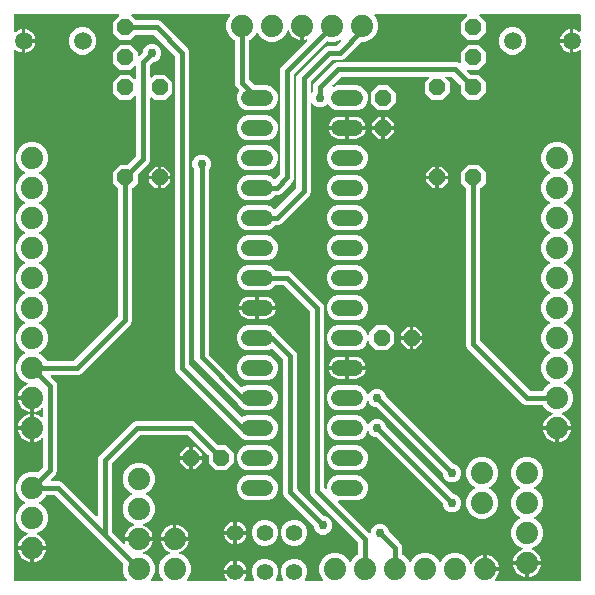
<source format=gbr>
G04 EAGLE Gerber RS-274X export*
G75*
%MOMM*%
%FSLAX34Y34*%
%LPD*%
%INBottom Copper*%
%IPPOS*%
%AMOC8*
5,1,8,0,0,1.08239X$1,22.5*%
G01*
%ADD10P,1.429621X8X292.500000*%
%ADD11P,1.429621X8X22.500000*%
%ADD12P,1.429621X8X202.500000*%
%ADD13P,1.429621X8X112.500000*%
%ADD14C,1.879600*%
%ADD15C,1.408000*%
%ADD16C,1.508000*%
%ADD17C,1.320800*%
%ADD18C,0.406400*%
%ADD19C,0.756400*%

G36*
X104923Y10172D02*
X104923Y10172D01*
X104995Y10174D01*
X105044Y10192D01*
X105095Y10200D01*
X105158Y10234D01*
X105226Y10259D01*
X105266Y10291D01*
X105312Y10316D01*
X105362Y10368D01*
X105418Y10412D01*
X105446Y10456D01*
X105482Y10494D01*
X105512Y10559D01*
X105551Y10619D01*
X105563Y10670D01*
X105585Y10717D01*
X105593Y10788D01*
X105611Y10858D01*
X105607Y10910D01*
X105613Y10961D01*
X105597Y11032D01*
X105592Y11103D01*
X105571Y11151D01*
X105560Y11202D01*
X105523Y11263D01*
X105495Y11329D01*
X105451Y11385D01*
X105434Y11413D01*
X105416Y11428D01*
X105391Y11460D01*
X104157Y12694D01*
X102107Y17642D01*
X102107Y22998D01*
X102546Y24057D01*
X102573Y24171D01*
X102601Y24284D01*
X102601Y24291D01*
X102602Y24297D01*
X102591Y24413D01*
X102582Y24530D01*
X102580Y24535D01*
X102579Y24542D01*
X102531Y24649D01*
X102486Y24756D01*
X102481Y24762D01*
X102479Y24766D01*
X102466Y24780D01*
X102381Y24887D01*
X44688Y82580D01*
X44614Y82633D01*
X44544Y82693D01*
X44514Y82705D01*
X44488Y82724D01*
X44401Y82751D01*
X44316Y82785D01*
X44275Y82789D01*
X44253Y82796D01*
X44221Y82795D01*
X44149Y82803D01*
X37955Y82803D01*
X37841Y82784D01*
X37724Y82767D01*
X37719Y82765D01*
X37712Y82764D01*
X37610Y82709D01*
X37505Y82656D01*
X37501Y82651D01*
X37495Y82648D01*
X37415Y82564D01*
X37333Y82480D01*
X37329Y82474D01*
X37326Y82470D01*
X37318Y82453D01*
X37252Y82333D01*
X36813Y81274D01*
X33026Y77487D01*
X31617Y76903D01*
X31556Y76866D01*
X31491Y76836D01*
X31452Y76801D01*
X31408Y76774D01*
X31362Y76718D01*
X31310Y76670D01*
X31285Y76624D01*
X31251Y76584D01*
X31226Y76517D01*
X31191Y76454D01*
X31182Y76403D01*
X31163Y76355D01*
X31160Y76283D01*
X31147Y76212D01*
X31155Y76161D01*
X31153Y76109D01*
X31173Y76040D01*
X31183Y75969D01*
X31207Y75923D01*
X31221Y75873D01*
X31262Y75814D01*
X31295Y75750D01*
X31332Y75713D01*
X31362Y75671D01*
X31419Y75628D01*
X31470Y75578D01*
X31533Y75543D01*
X31559Y75524D01*
X31581Y75517D01*
X31617Y75497D01*
X33026Y74913D01*
X36813Y71126D01*
X38863Y66178D01*
X38863Y60822D01*
X36813Y55874D01*
X33026Y52087D01*
X29640Y50684D01*
X29554Y50631D01*
X29465Y50583D01*
X29450Y50566D01*
X29431Y50555D01*
X29367Y50477D01*
X29298Y50403D01*
X29289Y50382D01*
X29274Y50365D01*
X29238Y50271D01*
X29196Y50178D01*
X29194Y50156D01*
X29186Y50136D01*
X29182Y50035D01*
X29172Y49934D01*
X29177Y49912D01*
X29176Y49890D01*
X29204Y49793D01*
X29227Y49694D01*
X29238Y49675D01*
X29244Y49654D01*
X29302Y49571D01*
X29355Y49484D01*
X29372Y49470D01*
X29385Y49452D01*
X29466Y49391D01*
X29544Y49326D01*
X29568Y49315D01*
X29582Y49305D01*
X29613Y49295D01*
X29696Y49257D01*
X29983Y49164D01*
X31657Y48311D01*
X33178Y47206D01*
X34506Y45878D01*
X35611Y44357D01*
X36464Y42683D01*
X37045Y40896D01*
X37246Y39623D01*
X26162Y39623D01*
X26142Y39620D01*
X26123Y39622D01*
X26021Y39600D01*
X25919Y39583D01*
X25902Y39574D01*
X25882Y39570D01*
X25793Y39517D01*
X25702Y39468D01*
X25688Y39454D01*
X25671Y39444D01*
X25604Y39365D01*
X25533Y39290D01*
X25524Y39272D01*
X25511Y39257D01*
X25473Y39161D01*
X25429Y39067D01*
X25427Y39047D01*
X25419Y39029D01*
X25401Y38862D01*
X25401Y38099D01*
X25399Y38099D01*
X25399Y38862D01*
X25396Y38882D01*
X25398Y38901D01*
X25376Y39003D01*
X25359Y39105D01*
X25350Y39122D01*
X25346Y39142D01*
X25293Y39231D01*
X25244Y39322D01*
X25230Y39336D01*
X25220Y39353D01*
X25141Y39420D01*
X25066Y39491D01*
X25048Y39500D01*
X25033Y39513D01*
X24937Y39552D01*
X24843Y39595D01*
X24823Y39597D01*
X24805Y39605D01*
X24638Y39623D01*
X13554Y39623D01*
X13755Y40896D01*
X14336Y42683D01*
X15189Y44357D01*
X16294Y45878D01*
X17622Y47206D01*
X19143Y48311D01*
X20817Y49164D01*
X21104Y49257D01*
X21194Y49304D01*
X21286Y49345D01*
X21302Y49360D01*
X21322Y49370D01*
X21393Y49443D01*
X21467Y49511D01*
X21478Y49531D01*
X21493Y49547D01*
X21537Y49638D01*
X21586Y49727D01*
X21590Y49749D01*
X21599Y49769D01*
X21612Y49869D01*
X21630Y49969D01*
X21626Y49991D01*
X21629Y50013D01*
X21609Y50112D01*
X21594Y50212D01*
X21584Y50232D01*
X21579Y50254D01*
X21528Y50341D01*
X21482Y50431D01*
X21466Y50447D01*
X21455Y50466D01*
X21379Y50533D01*
X21307Y50604D01*
X21283Y50617D01*
X21270Y50628D01*
X21240Y50640D01*
X21160Y50684D01*
X17774Y52087D01*
X13987Y55874D01*
X11937Y60822D01*
X11937Y66178D01*
X13987Y71126D01*
X17774Y74913D01*
X19183Y75497D01*
X19244Y75535D01*
X19309Y75564D01*
X19348Y75599D01*
X19392Y75626D01*
X19438Y75682D01*
X19490Y75730D01*
X19515Y75776D01*
X19549Y75816D01*
X19574Y75883D01*
X19609Y75946D01*
X19618Y75997D01*
X19637Y76045D01*
X19640Y76117D01*
X19653Y76188D01*
X19645Y76239D01*
X19647Y76291D01*
X19627Y76360D01*
X19617Y76431D01*
X19593Y76477D01*
X19579Y76527D01*
X19538Y76586D01*
X19505Y76650D01*
X19468Y76687D01*
X19438Y76729D01*
X19381Y76772D01*
X19330Y76822D01*
X19267Y76857D01*
X19241Y76876D01*
X19219Y76883D01*
X19183Y76903D01*
X17774Y77487D01*
X13987Y81274D01*
X11937Y86222D01*
X11937Y91578D01*
X13987Y96526D01*
X17774Y100313D01*
X22722Y102363D01*
X28078Y102363D01*
X29137Y101924D01*
X29250Y101897D01*
X29364Y101869D01*
X29371Y101869D01*
X29377Y101868D01*
X29493Y101879D01*
X29610Y101888D01*
X29615Y101890D01*
X29622Y101891D01*
X29729Y101939D01*
X29836Y101984D01*
X29842Y101989D01*
X29846Y101991D01*
X29860Y102004D01*
X29967Y102089D01*
X34320Y106442D01*
X34373Y106516D01*
X34433Y106586D01*
X34445Y106616D01*
X34464Y106642D01*
X34491Y106729D01*
X34525Y106814D01*
X34529Y106855D01*
X34536Y106877D01*
X34535Y106909D01*
X34543Y106981D01*
X34543Y130122D01*
X34532Y130192D01*
X34530Y130264D01*
X34512Y130313D01*
X34504Y130364D01*
X34470Y130428D01*
X34445Y130495D01*
X34413Y130536D01*
X34388Y130582D01*
X34336Y130631D01*
X34292Y130687D01*
X34248Y130715D01*
X34210Y130751D01*
X34145Y130781D01*
X34085Y130820D01*
X34034Y130833D01*
X33987Y130855D01*
X33916Y130863D01*
X33846Y130880D01*
X33794Y130876D01*
X33743Y130882D01*
X33672Y130867D01*
X33601Y130861D01*
X33553Y130841D01*
X33502Y130830D01*
X33441Y130793D01*
X33375Y130765D01*
X33319Y130720D01*
X33291Y130703D01*
X33276Y130686D01*
X33244Y130660D01*
X33178Y130594D01*
X31657Y129489D01*
X29983Y128636D01*
X28196Y128055D01*
X26923Y127854D01*
X26923Y138938D01*
X26920Y138958D01*
X26922Y138977D01*
X26900Y139079D01*
X26883Y139181D01*
X26874Y139198D01*
X26870Y139218D01*
X26817Y139307D01*
X26768Y139398D01*
X26754Y139412D01*
X26744Y139429D01*
X26665Y139496D01*
X26590Y139567D01*
X26572Y139576D01*
X26557Y139589D01*
X26461Y139627D01*
X26367Y139671D01*
X26347Y139673D01*
X26329Y139681D01*
X26162Y139699D01*
X25399Y139699D01*
X25399Y139701D01*
X26162Y139701D01*
X26182Y139704D01*
X26201Y139702D01*
X26303Y139724D01*
X26405Y139741D01*
X26422Y139750D01*
X26442Y139754D01*
X26531Y139807D01*
X26622Y139856D01*
X26636Y139870D01*
X26653Y139880D01*
X26720Y139959D01*
X26791Y140034D01*
X26800Y140052D01*
X26813Y140067D01*
X26852Y140163D01*
X26895Y140257D01*
X26897Y140277D01*
X26905Y140295D01*
X26923Y140462D01*
X26923Y151546D01*
X28196Y151345D01*
X29983Y150764D01*
X31657Y149911D01*
X33178Y148806D01*
X33244Y148740D01*
X33302Y148698D01*
X33354Y148649D01*
X33401Y148627D01*
X33443Y148597D01*
X33512Y148576D01*
X33577Y148545D01*
X33629Y148540D01*
X33678Y148524D01*
X33750Y148526D01*
X33821Y148518D01*
X33872Y148529D01*
X33924Y148531D01*
X33992Y148555D01*
X34062Y148570D01*
X34107Y148597D01*
X34155Y148615D01*
X34211Y148660D01*
X34273Y148697D01*
X34307Y148736D01*
X34347Y148769D01*
X34386Y148829D01*
X34433Y148884D01*
X34452Y148932D01*
X34480Y148976D01*
X34498Y149045D01*
X34525Y149112D01*
X34533Y149183D01*
X34541Y149214D01*
X34539Y149237D01*
X34543Y149278D01*
X34543Y155522D01*
X34532Y155592D01*
X34530Y155664D01*
X34512Y155713D01*
X34504Y155764D01*
X34470Y155828D01*
X34445Y155895D01*
X34413Y155936D01*
X34388Y155982D01*
X34336Y156031D01*
X34292Y156087D01*
X34248Y156115D01*
X34210Y156151D01*
X34145Y156181D01*
X34085Y156220D01*
X34034Y156233D01*
X33987Y156255D01*
X33916Y156263D01*
X33846Y156280D01*
X33794Y156276D01*
X33743Y156282D01*
X33672Y156267D01*
X33601Y156261D01*
X33553Y156241D01*
X33502Y156230D01*
X33441Y156193D01*
X33375Y156165D01*
X33319Y156120D01*
X33291Y156103D01*
X33276Y156086D01*
X33244Y156060D01*
X33178Y155994D01*
X31657Y154889D01*
X29983Y154036D01*
X28196Y153455D01*
X26923Y153254D01*
X26923Y164338D01*
X26920Y164358D01*
X26922Y164377D01*
X26900Y164479D01*
X26883Y164581D01*
X26874Y164598D01*
X26870Y164618D01*
X26817Y164707D01*
X26768Y164798D01*
X26754Y164812D01*
X26744Y164829D01*
X26665Y164896D01*
X26590Y164967D01*
X26572Y164976D01*
X26557Y164989D01*
X26461Y165027D01*
X26367Y165071D01*
X26347Y165073D01*
X26329Y165081D01*
X26162Y165099D01*
X25399Y165099D01*
X25399Y165862D01*
X25396Y165882D01*
X25398Y165901D01*
X25376Y166003D01*
X25359Y166105D01*
X25350Y166122D01*
X25346Y166142D01*
X25293Y166231D01*
X25244Y166322D01*
X25230Y166336D01*
X25220Y166353D01*
X25141Y166420D01*
X25066Y166491D01*
X25048Y166500D01*
X25033Y166513D01*
X24937Y166552D01*
X24843Y166595D01*
X24823Y166597D01*
X24805Y166605D01*
X24638Y166623D01*
X13554Y166623D01*
X13755Y167896D01*
X14336Y169683D01*
X15189Y171357D01*
X16294Y172878D01*
X17622Y174206D01*
X19143Y175311D01*
X20817Y176164D01*
X21104Y176257D01*
X21194Y176304D01*
X21286Y176345D01*
X21302Y176360D01*
X21322Y176370D01*
X21393Y176443D01*
X21467Y176511D01*
X21478Y176531D01*
X21493Y176547D01*
X21537Y176638D01*
X21586Y176727D01*
X21590Y176749D01*
X21599Y176769D01*
X21612Y176869D01*
X21630Y176969D01*
X21626Y176991D01*
X21629Y177013D01*
X21609Y177112D01*
X21594Y177212D01*
X21584Y177232D01*
X21579Y177254D01*
X21528Y177341D01*
X21482Y177431D01*
X21466Y177447D01*
X21455Y177466D01*
X21379Y177533D01*
X21307Y177604D01*
X21283Y177617D01*
X21270Y177628D01*
X21240Y177640D01*
X21160Y177684D01*
X17774Y179087D01*
X13987Y182874D01*
X11937Y187822D01*
X11937Y193178D01*
X13987Y198126D01*
X17774Y201913D01*
X19183Y202497D01*
X19244Y202534D01*
X19309Y202564D01*
X19348Y202599D01*
X19392Y202626D01*
X19438Y202682D01*
X19490Y202730D01*
X19515Y202776D01*
X19549Y202816D01*
X19574Y202883D01*
X19609Y202946D01*
X19618Y202997D01*
X19637Y203045D01*
X19640Y203117D01*
X19653Y203188D01*
X19645Y203239D01*
X19647Y203291D01*
X19627Y203360D01*
X19617Y203431D01*
X19593Y203477D01*
X19579Y203527D01*
X19538Y203586D01*
X19505Y203650D01*
X19468Y203687D01*
X19438Y203729D01*
X19381Y203772D01*
X19330Y203822D01*
X19267Y203857D01*
X19241Y203876D01*
X19219Y203883D01*
X19183Y203903D01*
X17774Y204487D01*
X13987Y208274D01*
X11937Y213222D01*
X11937Y218578D01*
X13987Y223526D01*
X17774Y227313D01*
X19183Y227897D01*
X19244Y227934D01*
X19309Y227964D01*
X19348Y227999D01*
X19392Y228026D01*
X19438Y228082D01*
X19490Y228130D01*
X19515Y228176D01*
X19549Y228216D01*
X19574Y228283D01*
X19609Y228346D01*
X19618Y228397D01*
X19637Y228445D01*
X19640Y228517D01*
X19653Y228588D01*
X19645Y228639D01*
X19647Y228691D01*
X19627Y228760D01*
X19617Y228831D01*
X19593Y228877D01*
X19579Y228927D01*
X19538Y228986D01*
X19505Y229050D01*
X19468Y229087D01*
X19438Y229129D01*
X19381Y229172D01*
X19330Y229222D01*
X19267Y229257D01*
X19241Y229276D01*
X19219Y229283D01*
X19183Y229303D01*
X17774Y229887D01*
X13987Y233674D01*
X11937Y238622D01*
X11937Y243978D01*
X13987Y248926D01*
X17774Y252713D01*
X19183Y253297D01*
X19244Y253334D01*
X19309Y253364D01*
X19348Y253399D01*
X19392Y253426D01*
X19438Y253482D01*
X19490Y253530D01*
X19515Y253576D01*
X19549Y253616D01*
X19574Y253683D01*
X19609Y253746D01*
X19618Y253797D01*
X19637Y253845D01*
X19640Y253917D01*
X19653Y253988D01*
X19645Y254039D01*
X19647Y254091D01*
X19627Y254160D01*
X19617Y254231D01*
X19593Y254277D01*
X19579Y254327D01*
X19538Y254386D01*
X19505Y254450D01*
X19468Y254487D01*
X19438Y254529D01*
X19381Y254572D01*
X19330Y254622D01*
X19267Y254657D01*
X19241Y254676D01*
X19219Y254683D01*
X19183Y254703D01*
X17774Y255287D01*
X13987Y259074D01*
X11937Y264022D01*
X11937Y269378D01*
X13987Y274326D01*
X17774Y278113D01*
X19183Y278697D01*
X19244Y278734D01*
X19309Y278764D01*
X19348Y278799D01*
X19392Y278826D01*
X19438Y278882D01*
X19490Y278930D01*
X19515Y278976D01*
X19549Y279016D01*
X19574Y279083D01*
X19609Y279146D01*
X19618Y279197D01*
X19637Y279245D01*
X19640Y279317D01*
X19653Y279388D01*
X19645Y279439D01*
X19647Y279491D01*
X19627Y279560D01*
X19617Y279631D01*
X19593Y279677D01*
X19579Y279727D01*
X19538Y279786D01*
X19505Y279850D01*
X19468Y279887D01*
X19438Y279929D01*
X19381Y279972D01*
X19330Y280022D01*
X19267Y280057D01*
X19241Y280076D01*
X19219Y280083D01*
X19183Y280103D01*
X17774Y280687D01*
X13987Y284474D01*
X11937Y289422D01*
X11937Y294778D01*
X13987Y299726D01*
X17774Y303513D01*
X19183Y304097D01*
X19244Y304134D01*
X19309Y304164D01*
X19348Y304199D01*
X19392Y304226D01*
X19438Y304282D01*
X19490Y304330D01*
X19515Y304376D01*
X19549Y304416D01*
X19574Y304483D01*
X19609Y304546D01*
X19618Y304597D01*
X19637Y304645D01*
X19640Y304717D01*
X19653Y304788D01*
X19645Y304839D01*
X19647Y304891D01*
X19627Y304960D01*
X19617Y305031D01*
X19593Y305077D01*
X19579Y305127D01*
X19538Y305186D01*
X19505Y305250D01*
X19468Y305287D01*
X19438Y305329D01*
X19381Y305372D01*
X19330Y305422D01*
X19267Y305457D01*
X19241Y305476D01*
X19219Y305483D01*
X19183Y305503D01*
X17774Y306087D01*
X13987Y309874D01*
X11937Y314822D01*
X11937Y320178D01*
X13987Y325126D01*
X17774Y328913D01*
X19183Y329497D01*
X19244Y329534D01*
X19309Y329564D01*
X19348Y329599D01*
X19392Y329626D01*
X19438Y329682D01*
X19490Y329730D01*
X19515Y329776D01*
X19549Y329816D01*
X19574Y329883D01*
X19609Y329946D01*
X19618Y329997D01*
X19637Y330045D01*
X19640Y330117D01*
X19653Y330188D01*
X19645Y330239D01*
X19647Y330291D01*
X19627Y330360D01*
X19617Y330431D01*
X19593Y330477D01*
X19579Y330527D01*
X19538Y330586D01*
X19505Y330650D01*
X19468Y330687D01*
X19438Y330729D01*
X19381Y330772D01*
X19330Y330822D01*
X19267Y330857D01*
X19241Y330876D01*
X19219Y330883D01*
X19183Y330903D01*
X17774Y331487D01*
X13987Y335274D01*
X11937Y340222D01*
X11937Y345578D01*
X13987Y350526D01*
X17774Y354313D01*
X19183Y354897D01*
X19244Y354934D01*
X19309Y354964D01*
X19348Y354999D01*
X19392Y355026D01*
X19438Y355082D01*
X19490Y355130D01*
X19515Y355176D01*
X19549Y355216D01*
X19574Y355283D01*
X19609Y355346D01*
X19618Y355397D01*
X19637Y355445D01*
X19640Y355517D01*
X19653Y355588D01*
X19645Y355639D01*
X19647Y355691D01*
X19627Y355760D01*
X19617Y355831D01*
X19593Y355877D01*
X19579Y355927D01*
X19538Y355986D01*
X19505Y356050D01*
X19468Y356087D01*
X19438Y356129D01*
X19381Y356172D01*
X19330Y356222D01*
X19267Y356257D01*
X19241Y356276D01*
X19219Y356283D01*
X19183Y356303D01*
X17774Y356887D01*
X13987Y360674D01*
X11937Y365622D01*
X11937Y370978D01*
X13987Y375926D01*
X17774Y379713D01*
X22722Y381763D01*
X28078Y381763D01*
X33026Y379713D01*
X36813Y375926D01*
X38863Y370978D01*
X38863Y365622D01*
X36813Y360674D01*
X33026Y356887D01*
X31617Y356303D01*
X31556Y356265D01*
X31491Y356236D01*
X31452Y356201D01*
X31408Y356174D01*
X31362Y356118D01*
X31310Y356070D01*
X31285Y356024D01*
X31251Y355984D01*
X31226Y355917D01*
X31191Y355854D01*
X31182Y355803D01*
X31163Y355755D01*
X31160Y355683D01*
X31147Y355612D01*
X31155Y355561D01*
X31153Y355509D01*
X31173Y355440D01*
X31183Y355369D01*
X31207Y355323D01*
X31221Y355273D01*
X31262Y355214D01*
X31295Y355150D01*
X31332Y355113D01*
X31362Y355071D01*
X31419Y355028D01*
X31470Y354978D01*
X31533Y354943D01*
X31559Y354924D01*
X31581Y354917D01*
X31617Y354897D01*
X33026Y354313D01*
X36813Y350526D01*
X38863Y345578D01*
X38863Y340222D01*
X36813Y335274D01*
X33026Y331487D01*
X31617Y330903D01*
X31556Y330865D01*
X31491Y330836D01*
X31452Y330801D01*
X31408Y330774D01*
X31362Y330718D01*
X31310Y330670D01*
X31285Y330624D01*
X31251Y330584D01*
X31226Y330517D01*
X31191Y330454D01*
X31182Y330403D01*
X31163Y330355D01*
X31160Y330283D01*
X31147Y330212D01*
X31155Y330161D01*
X31153Y330109D01*
X31173Y330040D01*
X31183Y329969D01*
X31207Y329923D01*
X31221Y329873D01*
X31262Y329814D01*
X31295Y329750D01*
X31332Y329713D01*
X31362Y329671D01*
X31419Y329628D01*
X31470Y329578D01*
X31533Y329543D01*
X31559Y329524D01*
X31581Y329517D01*
X31617Y329497D01*
X33026Y328913D01*
X36813Y325126D01*
X38863Y320178D01*
X38863Y314822D01*
X36813Y309874D01*
X33026Y306087D01*
X31617Y305503D01*
X31556Y305465D01*
X31491Y305436D01*
X31452Y305401D01*
X31408Y305374D01*
X31362Y305318D01*
X31310Y305270D01*
X31285Y305224D01*
X31251Y305184D01*
X31226Y305117D01*
X31191Y305054D01*
X31182Y305003D01*
X31163Y304955D01*
X31160Y304883D01*
X31147Y304812D01*
X31155Y304761D01*
X31153Y304709D01*
X31173Y304640D01*
X31183Y304569D01*
X31207Y304523D01*
X31221Y304473D01*
X31262Y304414D01*
X31295Y304350D01*
X31332Y304313D01*
X31362Y304271D01*
X31419Y304228D01*
X31470Y304178D01*
X31533Y304143D01*
X31559Y304124D01*
X31581Y304117D01*
X31617Y304097D01*
X33026Y303513D01*
X36813Y299726D01*
X38863Y294778D01*
X38863Y289422D01*
X36813Y284474D01*
X33026Y280687D01*
X31617Y280103D01*
X31556Y280065D01*
X31491Y280036D01*
X31452Y280001D01*
X31408Y279974D01*
X31362Y279918D01*
X31310Y279870D01*
X31285Y279824D01*
X31251Y279784D01*
X31226Y279717D01*
X31191Y279654D01*
X31182Y279603D01*
X31163Y279555D01*
X31160Y279483D01*
X31147Y279412D01*
X31155Y279361D01*
X31153Y279309D01*
X31173Y279240D01*
X31183Y279169D01*
X31207Y279123D01*
X31221Y279073D01*
X31262Y279014D01*
X31295Y278950D01*
X31332Y278913D01*
X31362Y278871D01*
X31419Y278828D01*
X31470Y278778D01*
X31533Y278743D01*
X31559Y278724D01*
X31581Y278717D01*
X31617Y278697D01*
X33026Y278113D01*
X36813Y274326D01*
X38863Y269378D01*
X38863Y264022D01*
X36813Y259074D01*
X33026Y255287D01*
X31617Y254703D01*
X31556Y254665D01*
X31491Y254636D01*
X31452Y254601D01*
X31408Y254574D01*
X31362Y254518D01*
X31310Y254470D01*
X31285Y254424D01*
X31251Y254384D01*
X31226Y254317D01*
X31191Y254254D01*
X31182Y254203D01*
X31163Y254155D01*
X31160Y254083D01*
X31147Y254012D01*
X31155Y253961D01*
X31153Y253909D01*
X31173Y253840D01*
X31183Y253769D01*
X31207Y253723D01*
X31221Y253673D01*
X31262Y253614D01*
X31295Y253550D01*
X31332Y253513D01*
X31362Y253471D01*
X31419Y253428D01*
X31470Y253378D01*
X31533Y253343D01*
X31559Y253324D01*
X31581Y253317D01*
X31617Y253297D01*
X33026Y252713D01*
X36813Y248926D01*
X38863Y243978D01*
X38863Y238622D01*
X36813Y233674D01*
X33026Y229887D01*
X31617Y229303D01*
X31556Y229265D01*
X31491Y229236D01*
X31452Y229201D01*
X31408Y229174D01*
X31362Y229118D01*
X31310Y229070D01*
X31285Y229024D01*
X31251Y228984D01*
X31226Y228917D01*
X31191Y228854D01*
X31182Y228803D01*
X31163Y228755D01*
X31160Y228683D01*
X31147Y228612D01*
X31155Y228561D01*
X31153Y228509D01*
X31173Y228440D01*
X31183Y228369D01*
X31207Y228323D01*
X31221Y228273D01*
X31262Y228214D01*
X31295Y228150D01*
X31332Y228113D01*
X31362Y228071D01*
X31419Y228028D01*
X31470Y227978D01*
X31533Y227943D01*
X31559Y227924D01*
X31581Y227917D01*
X31617Y227897D01*
X33026Y227313D01*
X36813Y223526D01*
X38863Y218578D01*
X38863Y213222D01*
X36813Y208274D01*
X33026Y204487D01*
X31617Y203903D01*
X31556Y203865D01*
X31491Y203836D01*
X31452Y203801D01*
X31408Y203774D01*
X31362Y203718D01*
X31310Y203670D01*
X31285Y203624D01*
X31251Y203584D01*
X31226Y203517D01*
X31191Y203454D01*
X31182Y203403D01*
X31163Y203355D01*
X31160Y203283D01*
X31147Y203212D01*
X31155Y203161D01*
X31153Y203109D01*
X31173Y203040D01*
X31183Y202969D01*
X31207Y202923D01*
X31221Y202873D01*
X31262Y202814D01*
X31295Y202750D01*
X31332Y202713D01*
X31362Y202671D01*
X31419Y202628D01*
X31470Y202578D01*
X31533Y202543D01*
X31559Y202524D01*
X31581Y202517D01*
X31617Y202497D01*
X33026Y201913D01*
X36813Y198126D01*
X37252Y197067D01*
X37313Y196967D01*
X37373Y196867D01*
X37378Y196863D01*
X37382Y196858D01*
X37471Y196783D01*
X37560Y196707D01*
X37566Y196705D01*
X37571Y196701D01*
X37679Y196659D01*
X37789Y196615D01*
X37796Y196614D01*
X37801Y196613D01*
X37819Y196612D01*
X37955Y196597D01*
X60659Y196597D01*
X60749Y196611D01*
X60840Y196619D01*
X60870Y196631D01*
X60902Y196636D01*
X60983Y196679D01*
X61067Y196715D01*
X61099Y196741D01*
X61119Y196752D01*
X61142Y196775D01*
X61198Y196820D01*
X97820Y233442D01*
X97864Y233503D01*
X97899Y233540D01*
X97905Y233554D01*
X97933Y233586D01*
X97945Y233616D01*
X97964Y233642D01*
X97991Y233729D01*
X98025Y233814D01*
X98029Y233855D01*
X98036Y233877D01*
X98035Y233909D01*
X98043Y233981D01*
X98043Y342484D01*
X98029Y342574D01*
X98021Y342665D01*
X98009Y342694D01*
X98004Y342726D01*
X97961Y342807D01*
X97925Y342891D01*
X97899Y342923D01*
X97888Y342944D01*
X97865Y342966D01*
X97820Y343022D01*
X93471Y347371D01*
X93471Y356209D01*
X99721Y362459D01*
X105871Y362459D01*
X105961Y362473D01*
X106052Y362481D01*
X106082Y362493D01*
X106114Y362498D01*
X106195Y362541D01*
X106279Y362577D01*
X106311Y362603D01*
X106331Y362614D01*
X106354Y362637D01*
X106410Y362682D01*
X113060Y369332D01*
X113113Y369406D01*
X113173Y369476D01*
X113185Y369506D01*
X113204Y369532D01*
X113231Y369619D01*
X113265Y369704D01*
X113269Y369745D01*
X113276Y369767D01*
X113275Y369799D01*
X113283Y369871D01*
X113283Y420208D01*
X113272Y420278D01*
X113270Y420350D01*
X113252Y420399D01*
X113244Y420450D01*
X113210Y420514D01*
X113185Y420581D01*
X113153Y420622D01*
X113128Y420668D01*
X113076Y420717D01*
X113032Y420773D01*
X112988Y420801D01*
X112950Y420837D01*
X112885Y420867D01*
X112825Y420906D01*
X112774Y420919D01*
X112727Y420941D01*
X112656Y420949D01*
X112586Y420966D01*
X112534Y420962D01*
X112483Y420968D01*
X112412Y420953D01*
X112341Y420947D01*
X112293Y420927D01*
X112242Y420916D01*
X112181Y420879D01*
X112115Y420851D01*
X112059Y420806D01*
X112031Y420789D01*
X112016Y420772D01*
X111984Y420746D01*
X108559Y417321D01*
X99721Y417321D01*
X93471Y423571D01*
X93471Y432409D01*
X99721Y438659D01*
X108559Y438659D01*
X111984Y435234D01*
X112042Y435192D01*
X112094Y435143D01*
X112141Y435121D01*
X112183Y435091D01*
X112252Y435069D01*
X112317Y435039D01*
X112369Y435034D01*
X112419Y435018D01*
X112490Y435020D01*
X112561Y435012D01*
X112612Y435023D01*
X112664Y435025D01*
X112732Y435049D01*
X112802Y435064D01*
X112847Y435091D01*
X112895Y435109D01*
X112951Y435154D01*
X113013Y435191D01*
X113047Y435230D01*
X113087Y435263D01*
X113126Y435323D01*
X113173Y435378D01*
X113192Y435426D01*
X113220Y435470D01*
X113238Y435539D01*
X113265Y435606D01*
X113273Y435677D01*
X113281Y435708D01*
X113279Y435731D01*
X113283Y435772D01*
X113283Y445608D01*
X113281Y445623D01*
X113282Y445635D01*
X113272Y445684D01*
X113270Y445750D01*
X113252Y445799D01*
X113244Y445850D01*
X113210Y445914D01*
X113185Y445981D01*
X113153Y446022D01*
X113128Y446068D01*
X113076Y446117D01*
X113032Y446173D01*
X112988Y446201D01*
X112950Y446237D01*
X112885Y446267D01*
X112825Y446306D01*
X112774Y446319D01*
X112727Y446341D01*
X112656Y446349D01*
X112586Y446366D01*
X112534Y446362D01*
X112483Y446368D01*
X112412Y446353D01*
X112341Y446347D01*
X112293Y446327D01*
X112242Y446316D01*
X112181Y446279D01*
X112115Y446251D01*
X112062Y446208D01*
X112050Y446202D01*
X112047Y446199D01*
X112031Y446189D01*
X112016Y446172D01*
X111984Y446146D01*
X108559Y442721D01*
X99721Y442721D01*
X93471Y448971D01*
X93471Y457809D01*
X99721Y464059D01*
X108559Y464059D01*
X114809Y457809D01*
X114809Y455469D01*
X114810Y455458D01*
X114810Y455453D01*
X114816Y455423D01*
X114820Y455398D01*
X114822Y455326D01*
X114840Y455277D01*
X114848Y455226D01*
X114882Y455163D01*
X114907Y455095D01*
X114939Y455055D01*
X114964Y455008D01*
X115016Y454959D01*
X115060Y454903D01*
X115104Y454875D01*
X115142Y454839D01*
X115207Y454809D01*
X115267Y454770D01*
X115318Y454757D01*
X115365Y454735D01*
X115436Y454728D01*
X115506Y454710D01*
X115558Y454714D01*
X115609Y454708D01*
X115680Y454724D01*
X115751Y454729D01*
X115799Y454750D01*
X115850Y454761D01*
X115911Y454797D01*
X115977Y454826D01*
X116033Y454870D01*
X116061Y454887D01*
X116076Y454905D01*
X116108Y454930D01*
X118930Y457752D01*
X118983Y457826D01*
X119043Y457896D01*
X119055Y457926D01*
X119074Y457952D01*
X119101Y458039D01*
X119135Y458124D01*
X119139Y458165D01*
X119146Y458187D01*
X119145Y458219D01*
X119153Y458291D01*
X119153Y458761D01*
X120348Y461645D01*
X122555Y463852D01*
X125439Y465047D01*
X128561Y465047D01*
X131445Y463852D01*
X133652Y461645D01*
X134847Y458761D01*
X134847Y455639D01*
X133652Y452755D01*
X131445Y450548D01*
X128561Y449353D01*
X128091Y449353D01*
X128001Y449339D01*
X127910Y449331D01*
X127880Y449319D01*
X127848Y449314D01*
X127767Y449271D01*
X127683Y449235D01*
X127651Y449209D01*
X127631Y449198D01*
X127608Y449175D01*
X127552Y449130D01*
X125700Y447278D01*
X125647Y447204D01*
X125587Y447134D01*
X125575Y447104D01*
X125556Y447078D01*
X125529Y446991D01*
X125495Y446906D01*
X125491Y446865D01*
X125484Y446843D01*
X125485Y446811D01*
X125477Y446739D01*
X125477Y437042D01*
X125488Y436972D01*
X125490Y436900D01*
X125508Y436851D01*
X125516Y436800D01*
X125550Y436736D01*
X125575Y436669D01*
X125607Y436628D01*
X125632Y436582D01*
X125684Y436533D01*
X125728Y436477D01*
X125772Y436449D01*
X125810Y436413D01*
X125875Y436383D01*
X125935Y436344D01*
X125986Y436331D01*
X126033Y436309D01*
X126104Y436301D01*
X126174Y436284D01*
X126226Y436288D01*
X126277Y436282D01*
X126348Y436297D01*
X126419Y436303D01*
X126467Y436323D01*
X126518Y436334D01*
X126579Y436371D01*
X126645Y436399D01*
X126701Y436444D01*
X126729Y436461D01*
X126744Y436478D01*
X126776Y436504D01*
X128931Y438659D01*
X137769Y438659D01*
X144019Y432409D01*
X144019Y423571D01*
X137769Y417321D01*
X128931Y417321D01*
X126776Y419476D01*
X126718Y419518D01*
X126666Y419567D01*
X126619Y419589D01*
X126577Y419619D01*
X126508Y419641D01*
X126443Y419671D01*
X126391Y419676D01*
X126341Y419692D01*
X126270Y419690D01*
X126199Y419698D01*
X126148Y419687D01*
X126096Y419685D01*
X126028Y419661D01*
X125958Y419646D01*
X125913Y419619D01*
X125865Y419601D01*
X125809Y419556D01*
X125747Y419519D01*
X125713Y419480D01*
X125673Y419447D01*
X125634Y419387D01*
X125587Y419332D01*
X125568Y419284D01*
X125540Y419240D01*
X125522Y419171D01*
X125495Y419104D01*
X125487Y419033D01*
X125479Y419002D01*
X125481Y418979D01*
X125477Y418938D01*
X125477Y365817D01*
X124549Y363576D01*
X115032Y354060D01*
X114979Y353986D01*
X114919Y353916D01*
X114907Y353886D01*
X114888Y353860D01*
X114861Y353773D01*
X114827Y353688D01*
X114823Y353647D01*
X114816Y353625D01*
X114817Y353593D01*
X114809Y353521D01*
X114809Y347371D01*
X110460Y343022D01*
X110407Y342948D01*
X110347Y342878D01*
X110335Y342848D01*
X110316Y342822D01*
X110289Y342735D01*
X110255Y342650D01*
X110251Y342609D01*
X110244Y342587D01*
X110245Y342555D01*
X110237Y342484D01*
X110237Y229927D01*
X109309Y227686D01*
X66954Y185331D01*
X64713Y184403D01*
X41957Y184403D01*
X41886Y184392D01*
X41814Y184390D01*
X41765Y184372D01*
X41714Y184364D01*
X41651Y184330D01*
X41583Y184305D01*
X41543Y184273D01*
X41496Y184248D01*
X41447Y184196D01*
X41391Y184152D01*
X41363Y184108D01*
X41327Y184070D01*
X41297Y184005D01*
X41258Y183945D01*
X41245Y183894D01*
X41223Y183847D01*
X41216Y183776D01*
X41198Y183706D01*
X41202Y183654D01*
X41196Y183603D01*
X41212Y183532D01*
X41217Y183461D01*
X41238Y183413D01*
X41249Y183362D01*
X41285Y183301D01*
X41314Y183235D01*
X41358Y183179D01*
X41375Y183151D01*
X41393Y183136D01*
X41418Y183104D01*
X43986Y180536D01*
X45809Y178714D01*
X46737Y176473D01*
X46737Y102927D01*
X45809Y100686D01*
X43986Y98864D01*
X41418Y96296D01*
X41376Y96238D01*
X41327Y96186D01*
X41305Y96139D01*
X41275Y96097D01*
X41254Y96028D01*
X41223Y95963D01*
X41218Y95911D01*
X41202Y95861D01*
X41204Y95790D01*
X41196Y95719D01*
X41207Y95668D01*
X41209Y95616D01*
X41233Y95548D01*
X41249Y95478D01*
X41275Y95433D01*
X41293Y95385D01*
X41338Y95329D01*
X41375Y95267D01*
X41414Y95233D01*
X41447Y95193D01*
X41507Y95154D01*
X41562Y95107D01*
X41610Y95088D01*
X41654Y95060D01*
X41723Y95042D01*
X41790Y95015D01*
X41861Y95007D01*
X41892Y94999D01*
X41916Y95001D01*
X41957Y94997D01*
X48203Y94997D01*
X50444Y94069D01*
X79599Y64913D01*
X79657Y64872D01*
X79709Y64822D01*
X79756Y64800D01*
X79798Y64770D01*
X79867Y64749D01*
X79932Y64718D01*
X79984Y64713D01*
X80034Y64697D01*
X80105Y64699D01*
X80176Y64691D01*
X80227Y64702D01*
X80279Y64704D01*
X80347Y64728D01*
X80417Y64744D01*
X80462Y64770D01*
X80510Y64788D01*
X80566Y64833D01*
X80628Y64870D01*
X80662Y64909D01*
X80702Y64942D01*
X80741Y65002D01*
X80788Y65057D01*
X80807Y65105D01*
X80835Y65149D01*
X80853Y65218D01*
X80880Y65285D01*
X80888Y65356D01*
X80896Y65387D01*
X80894Y65411D01*
X80898Y65452D01*
X80898Y113608D01*
X81826Y115849D01*
X110846Y144869D01*
X113087Y145797D01*
X161233Y145797D01*
X163474Y144869D01*
X183150Y125192D01*
X183224Y125139D01*
X183294Y125079D01*
X183324Y125067D01*
X183350Y125048D01*
X183437Y125021D01*
X183522Y124987D01*
X183563Y124983D01*
X183585Y124976D01*
X183617Y124977D01*
X183689Y124969D01*
X189839Y124969D01*
X196089Y118719D01*
X196089Y109881D01*
X189839Y103631D01*
X181001Y103631D01*
X174751Y109881D01*
X174751Y116031D01*
X174737Y116121D01*
X174729Y116212D01*
X174717Y116242D01*
X174712Y116274D01*
X174669Y116355D01*
X174633Y116439D01*
X174607Y116471D01*
X174596Y116491D01*
X174573Y116514D01*
X174528Y116570D01*
X157718Y133380D01*
X157644Y133433D01*
X157574Y133493D01*
X157544Y133505D01*
X157518Y133524D01*
X157431Y133551D01*
X157346Y133585D01*
X157305Y133589D01*
X157283Y133596D01*
X157251Y133595D01*
X157179Y133603D01*
X117141Y133603D01*
X117051Y133589D01*
X116960Y133581D01*
X116930Y133569D01*
X116898Y133564D01*
X116817Y133521D01*
X116733Y133485D01*
X116701Y133459D01*
X116681Y133448D01*
X116658Y133425D01*
X116602Y133380D01*
X93315Y110093D01*
X93262Y110019D01*
X93202Y109949D01*
X93190Y109919D01*
X93171Y109893D01*
X93144Y109806D01*
X93110Y109721D01*
X93106Y109680D01*
X93099Y109658D01*
X93100Y109626D01*
X93092Y109554D01*
X93092Y51736D01*
X93106Y51646D01*
X93114Y51555D01*
X93126Y51525D01*
X93131Y51493D01*
X93174Y51412D01*
X93210Y51328D01*
X93236Y51296D01*
X93247Y51276D01*
X93270Y51253D01*
X93315Y51197D01*
X102808Y41704D01*
X102863Y41664D01*
X102912Y41617D01*
X102963Y41593D01*
X103008Y41560D01*
X103073Y41540D01*
X103134Y41511D01*
X103190Y41504D01*
X103243Y41488D01*
X103311Y41490D01*
X103378Y41482D01*
X103433Y41493D01*
X103489Y41494D01*
X103553Y41518D01*
X103619Y41531D01*
X103667Y41560D01*
X103720Y41579D01*
X103773Y41621D01*
X103831Y41655D01*
X103868Y41697D01*
X103912Y41733D01*
X103949Y41790D01*
X103993Y41841D01*
X104015Y41892D01*
X104045Y41939D01*
X104062Y42005D01*
X104087Y42068D01*
X104091Y42124D01*
X104105Y42178D01*
X104100Y42245D01*
X104104Y42313D01*
X104088Y42390D01*
X104086Y42423D01*
X104078Y42442D01*
X104070Y42477D01*
X103925Y42924D01*
X103724Y44197D01*
X114808Y44197D01*
X114828Y44200D01*
X114847Y44198D01*
X114949Y44220D01*
X115051Y44237D01*
X115068Y44246D01*
X115088Y44250D01*
X115177Y44303D01*
X115268Y44352D01*
X115282Y44366D01*
X115299Y44376D01*
X115366Y44455D01*
X115437Y44530D01*
X115446Y44548D01*
X115459Y44563D01*
X115497Y44659D01*
X115541Y44753D01*
X115543Y44773D01*
X115551Y44791D01*
X115569Y44958D01*
X115569Y46482D01*
X115566Y46502D01*
X115568Y46521D01*
X115546Y46623D01*
X115529Y46725D01*
X115520Y46742D01*
X115516Y46762D01*
X115463Y46851D01*
X115414Y46942D01*
X115400Y46956D01*
X115390Y46973D01*
X115311Y47040D01*
X115236Y47111D01*
X115218Y47120D01*
X115203Y47133D01*
X115107Y47172D01*
X115013Y47215D01*
X114993Y47217D01*
X114975Y47225D01*
X114808Y47243D01*
X103724Y47243D01*
X103925Y48516D01*
X104506Y50303D01*
X105359Y51977D01*
X106464Y53498D01*
X107792Y54826D01*
X109313Y55931D01*
X110987Y56784D01*
X111274Y56877D01*
X111364Y56924D01*
X111456Y56965D01*
X111472Y56980D01*
X111492Y56990D01*
X111563Y57063D01*
X111637Y57131D01*
X111648Y57151D01*
X111663Y57167D01*
X111707Y57258D01*
X111756Y57347D01*
X111760Y57369D01*
X111769Y57389D01*
X111782Y57489D01*
X111800Y57589D01*
X111796Y57611D01*
X111799Y57633D01*
X111779Y57732D01*
X111764Y57832D01*
X111754Y57852D01*
X111749Y57874D01*
X111698Y57961D01*
X111652Y58051D01*
X111636Y58067D01*
X111625Y58086D01*
X111549Y58153D01*
X111477Y58224D01*
X111453Y58237D01*
X111440Y58248D01*
X111410Y58260D01*
X111330Y58304D01*
X107944Y59707D01*
X104157Y63494D01*
X102107Y68442D01*
X102107Y73798D01*
X104157Y78746D01*
X107944Y82533D01*
X109353Y83117D01*
X109414Y83154D01*
X109479Y83184D01*
X109518Y83219D01*
X109562Y83246D01*
X109608Y83302D01*
X109660Y83350D01*
X109685Y83396D01*
X109719Y83436D01*
X109744Y83503D01*
X109779Y83566D01*
X109788Y83617D01*
X109807Y83665D01*
X109810Y83737D01*
X109823Y83808D01*
X109815Y83859D01*
X109817Y83911D01*
X109797Y83980D01*
X109787Y84051D01*
X109763Y84097D01*
X109749Y84147D01*
X109708Y84206D01*
X109675Y84270D01*
X109638Y84307D01*
X109608Y84349D01*
X109551Y84392D01*
X109500Y84442D01*
X109437Y84477D01*
X109411Y84496D01*
X109389Y84503D01*
X109353Y84523D01*
X107944Y85107D01*
X104157Y88894D01*
X102107Y93842D01*
X102107Y99198D01*
X104157Y104146D01*
X107944Y107933D01*
X112892Y109983D01*
X118248Y109983D01*
X123196Y107933D01*
X126983Y104146D01*
X129033Y99198D01*
X129033Y93842D01*
X126983Y88894D01*
X123196Y85107D01*
X121787Y84523D01*
X121726Y84485D01*
X121661Y84456D01*
X121622Y84421D01*
X121578Y84394D01*
X121532Y84338D01*
X121480Y84290D01*
X121455Y84244D01*
X121421Y84204D01*
X121396Y84137D01*
X121361Y84074D01*
X121352Y84023D01*
X121333Y83975D01*
X121330Y83903D01*
X121317Y83832D01*
X121325Y83781D01*
X121323Y83729D01*
X121343Y83660D01*
X121353Y83589D01*
X121377Y83543D01*
X121391Y83493D01*
X121432Y83434D01*
X121465Y83370D01*
X121502Y83333D01*
X121532Y83291D01*
X121589Y83248D01*
X121640Y83198D01*
X121703Y83163D01*
X121729Y83144D01*
X121751Y83137D01*
X121787Y83117D01*
X123196Y82533D01*
X126983Y78746D01*
X129033Y73798D01*
X129033Y68442D01*
X126983Y63494D01*
X123196Y59707D01*
X119810Y58304D01*
X119724Y58251D01*
X119635Y58203D01*
X119620Y58186D01*
X119601Y58175D01*
X119537Y58097D01*
X119468Y58023D01*
X119459Y58002D01*
X119444Y57985D01*
X119408Y57891D01*
X119366Y57798D01*
X119364Y57776D01*
X119356Y57756D01*
X119352Y57655D01*
X119342Y57554D01*
X119347Y57532D01*
X119346Y57510D01*
X119374Y57413D01*
X119397Y57314D01*
X119408Y57295D01*
X119414Y57274D01*
X119472Y57191D01*
X119525Y57104D01*
X119542Y57090D01*
X119555Y57072D01*
X119636Y57011D01*
X119714Y56946D01*
X119738Y56935D01*
X119752Y56925D01*
X119783Y56915D01*
X119866Y56877D01*
X120153Y56784D01*
X121827Y55931D01*
X123348Y54826D01*
X124676Y53498D01*
X125781Y51977D01*
X126634Y50303D01*
X127215Y48516D01*
X127416Y47243D01*
X116332Y47243D01*
X116312Y47240D01*
X116293Y47242D01*
X116191Y47220D01*
X116089Y47203D01*
X116072Y47194D01*
X116052Y47190D01*
X115963Y47137D01*
X115872Y47088D01*
X115858Y47074D01*
X115841Y47064D01*
X115774Y46985D01*
X115703Y46910D01*
X115694Y46892D01*
X115681Y46877D01*
X115643Y46781D01*
X115599Y46687D01*
X115597Y46667D01*
X115589Y46649D01*
X115571Y46482D01*
X115571Y44958D01*
X115574Y44938D01*
X115572Y44919D01*
X115594Y44817D01*
X115611Y44715D01*
X115620Y44698D01*
X115624Y44678D01*
X115677Y44589D01*
X115726Y44498D01*
X115740Y44484D01*
X115750Y44467D01*
X115829Y44400D01*
X115904Y44329D01*
X115922Y44320D01*
X115937Y44307D01*
X116033Y44268D01*
X116127Y44225D01*
X116147Y44223D01*
X116165Y44215D01*
X116332Y44197D01*
X127416Y44197D01*
X127215Y42924D01*
X126634Y41137D01*
X125781Y39463D01*
X124676Y37942D01*
X123348Y36614D01*
X121827Y35509D01*
X120153Y34656D01*
X119866Y34563D01*
X119776Y34516D01*
X119684Y34475D01*
X119668Y34460D01*
X119648Y34450D01*
X119577Y34377D01*
X119503Y34309D01*
X119492Y34289D01*
X119477Y34273D01*
X119433Y34182D01*
X119384Y34093D01*
X119380Y34071D01*
X119371Y34051D01*
X119358Y33951D01*
X119340Y33851D01*
X119344Y33829D01*
X119341Y33807D01*
X119361Y33708D01*
X119376Y33608D01*
X119386Y33588D01*
X119391Y33566D01*
X119442Y33479D01*
X119488Y33389D01*
X119504Y33373D01*
X119515Y33354D01*
X119591Y33287D01*
X119663Y33216D01*
X119687Y33203D01*
X119700Y33192D01*
X119730Y33180D01*
X119810Y33136D01*
X123196Y31733D01*
X126983Y27946D01*
X129033Y22998D01*
X129033Y17642D01*
X126983Y12694D01*
X125749Y11460D01*
X125708Y11402D01*
X125658Y11350D01*
X125636Y11303D01*
X125606Y11261D01*
X125585Y11192D01*
X125555Y11127D01*
X125549Y11075D01*
X125534Y11025D01*
X125535Y10954D01*
X125527Y10883D01*
X125539Y10832D01*
X125540Y10780D01*
X125565Y10712D01*
X125580Y10642D01*
X125606Y10597D01*
X125624Y10549D01*
X125669Y10493D01*
X125706Y10431D01*
X125745Y10397D01*
X125778Y10357D01*
X125838Y10318D01*
X125893Y10271D01*
X125941Y10252D01*
X125985Y10224D01*
X126054Y10206D01*
X126121Y10179D01*
X126192Y10171D01*
X126223Y10163D01*
X126247Y10165D01*
X126288Y10161D01*
X135332Y10161D01*
X135403Y10172D01*
X135475Y10174D01*
X135524Y10192D01*
X135575Y10200D01*
X135638Y10234D01*
X135706Y10259D01*
X135746Y10291D01*
X135792Y10316D01*
X135842Y10368D01*
X135898Y10412D01*
X135926Y10456D01*
X135962Y10494D01*
X135992Y10559D01*
X136031Y10619D01*
X136043Y10670D01*
X136065Y10717D01*
X136073Y10788D01*
X136091Y10858D01*
X136087Y10910D01*
X136093Y10961D01*
X136077Y11032D01*
X136072Y11103D01*
X136051Y11151D01*
X136040Y11202D01*
X136003Y11263D01*
X135975Y11329D01*
X135931Y11385D01*
X135914Y11413D01*
X135896Y11428D01*
X135871Y11460D01*
X134637Y12694D01*
X132587Y17642D01*
X132587Y22998D01*
X134637Y27946D01*
X138424Y31733D01*
X141810Y33136D01*
X141896Y33189D01*
X141985Y33237D01*
X142000Y33254D01*
X142019Y33265D01*
X142083Y33343D01*
X142152Y33417D01*
X142161Y33438D01*
X142176Y33455D01*
X142212Y33549D01*
X142254Y33642D01*
X142256Y33664D01*
X142264Y33684D01*
X142268Y33785D01*
X142278Y33886D01*
X142273Y33908D01*
X142274Y33930D01*
X142246Y34027D01*
X142223Y34126D01*
X142212Y34145D01*
X142206Y34166D01*
X142148Y34249D01*
X142095Y34336D01*
X142078Y34350D01*
X142065Y34368D01*
X141984Y34429D01*
X141906Y34494D01*
X141882Y34505D01*
X141868Y34515D01*
X141837Y34525D01*
X141754Y34563D01*
X141467Y34656D01*
X139793Y35509D01*
X138272Y36614D01*
X136944Y37942D01*
X135839Y39463D01*
X134986Y41137D01*
X134405Y42924D01*
X134204Y44197D01*
X145288Y44197D01*
X145308Y44200D01*
X145327Y44198D01*
X145429Y44220D01*
X145531Y44237D01*
X145548Y44246D01*
X145568Y44250D01*
X145657Y44303D01*
X145748Y44352D01*
X145762Y44366D01*
X145779Y44376D01*
X145846Y44455D01*
X145917Y44530D01*
X145926Y44548D01*
X145939Y44563D01*
X145977Y44659D01*
X146021Y44753D01*
X146023Y44773D01*
X146031Y44791D01*
X146049Y44958D01*
X146049Y45721D01*
X146051Y45721D01*
X146051Y44958D01*
X146054Y44938D01*
X146052Y44919D01*
X146074Y44817D01*
X146091Y44715D01*
X146100Y44698D01*
X146104Y44678D01*
X146157Y44589D01*
X146206Y44498D01*
X146220Y44484D01*
X146230Y44467D01*
X146309Y44400D01*
X146384Y44329D01*
X146402Y44320D01*
X146417Y44307D01*
X146513Y44268D01*
X146607Y44225D01*
X146627Y44223D01*
X146645Y44215D01*
X146812Y44197D01*
X157896Y44197D01*
X157695Y42924D01*
X157114Y41137D01*
X156261Y39463D01*
X155156Y37942D01*
X153828Y36614D01*
X152307Y35509D01*
X150633Y34656D01*
X150346Y34563D01*
X150256Y34516D01*
X150164Y34475D01*
X150148Y34460D01*
X150128Y34450D01*
X150057Y34377D01*
X149983Y34309D01*
X149972Y34289D01*
X149957Y34273D01*
X149913Y34182D01*
X149864Y34093D01*
X149860Y34071D01*
X149851Y34051D01*
X149838Y33951D01*
X149820Y33851D01*
X149824Y33829D01*
X149821Y33807D01*
X149841Y33708D01*
X149856Y33608D01*
X149866Y33588D01*
X149871Y33566D01*
X149922Y33479D01*
X149968Y33389D01*
X149984Y33373D01*
X149995Y33354D01*
X150071Y33287D01*
X150143Y33216D01*
X150167Y33203D01*
X150180Y33192D01*
X150210Y33180D01*
X150290Y33136D01*
X153676Y31733D01*
X157463Y27946D01*
X159513Y22998D01*
X159513Y17642D01*
X157463Y12694D01*
X156229Y11460D01*
X156188Y11402D01*
X156138Y11350D01*
X156116Y11303D01*
X156086Y11261D01*
X156065Y11192D01*
X156035Y11127D01*
X156029Y11075D01*
X156014Y11025D01*
X156015Y10954D01*
X156007Y10883D01*
X156019Y10832D01*
X156020Y10780D01*
X156045Y10712D01*
X156060Y10642D01*
X156086Y10597D01*
X156104Y10549D01*
X156149Y10493D01*
X156186Y10431D01*
X156225Y10397D01*
X156258Y10357D01*
X156318Y10318D01*
X156373Y10271D01*
X156421Y10252D01*
X156465Y10224D01*
X156534Y10206D01*
X156601Y10179D01*
X156672Y10171D01*
X156703Y10163D01*
X156727Y10165D01*
X156768Y10161D01*
X189502Y10161D01*
X189573Y10172D01*
X189645Y10174D01*
X189694Y10192D01*
X189745Y10200D01*
X189808Y10234D01*
X189876Y10259D01*
X189916Y10291D01*
X189962Y10316D01*
X190012Y10368D01*
X190068Y10412D01*
X190096Y10456D01*
X190132Y10494D01*
X190162Y10559D01*
X190201Y10619D01*
X190213Y10670D01*
X190235Y10717D01*
X190243Y10788D01*
X190261Y10858D01*
X190257Y10910D01*
X190262Y10961D01*
X190247Y11032D01*
X190242Y11103D01*
X190221Y11151D01*
X190210Y11202D01*
X190173Y11263D01*
X190145Y11329D01*
X190101Y11385D01*
X190084Y11413D01*
X190066Y11428D01*
X190040Y11460D01*
X189942Y11558D01*
X189056Y12779D01*
X188371Y14122D01*
X187905Y15557D01*
X187791Y16277D01*
X196488Y16277D01*
X196508Y16280D01*
X196527Y16278D01*
X196629Y16300D01*
X196731Y16317D01*
X196748Y16326D01*
X196768Y16330D01*
X196857Y16383D01*
X196948Y16432D01*
X196962Y16446D01*
X196979Y16456D01*
X197046Y16535D01*
X197117Y16610D01*
X197126Y16628D01*
X197139Y16643D01*
X197177Y16739D01*
X197221Y16833D01*
X197223Y16853D01*
X197231Y16871D01*
X197249Y17038D01*
X197249Y17801D01*
X197251Y17801D01*
X197251Y17038D01*
X197254Y17018D01*
X197252Y16999D01*
X197274Y16897D01*
X197291Y16795D01*
X197300Y16778D01*
X197304Y16758D01*
X197357Y16669D01*
X197406Y16578D01*
X197420Y16564D01*
X197430Y16547D01*
X197509Y16480D01*
X197584Y16409D01*
X197602Y16400D01*
X197617Y16387D01*
X197713Y16348D01*
X197807Y16305D01*
X197827Y16303D01*
X197845Y16295D01*
X198012Y16277D01*
X206709Y16277D01*
X206595Y15557D01*
X206129Y14122D01*
X205444Y12779D01*
X204558Y11558D01*
X204460Y11460D01*
X204418Y11402D01*
X204368Y11350D01*
X204346Y11303D01*
X204316Y11261D01*
X204295Y11192D01*
X204265Y11127D01*
X204259Y11075D01*
X204244Y11026D01*
X204245Y10954D01*
X204238Y10883D01*
X204249Y10832D01*
X204250Y10780D01*
X204275Y10712D01*
X204290Y10642D01*
X204316Y10597D01*
X204334Y10549D01*
X204379Y10493D01*
X204416Y10431D01*
X204455Y10397D01*
X204488Y10357D01*
X204548Y10318D01*
X204603Y10271D01*
X204651Y10252D01*
X204695Y10224D01*
X204764Y10206D01*
X204831Y10179D01*
X204902Y10171D01*
X204933Y10163D01*
X204957Y10165D01*
X204998Y10161D01*
X212347Y10161D01*
X212418Y10172D01*
X212490Y10174D01*
X212538Y10192D01*
X212590Y10200D01*
X212653Y10234D01*
X212721Y10259D01*
X212761Y10291D01*
X212807Y10316D01*
X212856Y10368D01*
X212913Y10412D01*
X212941Y10456D01*
X212977Y10494D01*
X213007Y10559D01*
X213046Y10619D01*
X213058Y10670D01*
X213080Y10717D01*
X213088Y10788D01*
X213106Y10858D01*
X213102Y10910D01*
X213107Y10961D01*
X213092Y11032D01*
X213086Y11103D01*
X213066Y11151D01*
X213055Y11202D01*
X213018Y11263D01*
X212990Y11329D01*
X212945Y11385D01*
X212929Y11413D01*
X212911Y11428D01*
X212885Y11460D01*
X212836Y11510D01*
X211145Y15591D01*
X211145Y20009D01*
X212836Y24090D01*
X215960Y27214D01*
X220041Y28905D01*
X224459Y28905D01*
X228540Y27214D01*
X231664Y24090D01*
X233355Y20009D01*
X233355Y15591D01*
X231664Y11510D01*
X231615Y11460D01*
X231573Y11402D01*
X231523Y11350D01*
X231502Y11303D01*
X231471Y11261D01*
X231450Y11192D01*
X231420Y11127D01*
X231414Y11075D01*
X231399Y11026D01*
X231401Y10954D01*
X231393Y10883D01*
X231404Y10832D01*
X231405Y10780D01*
X231430Y10712D01*
X231445Y10642D01*
X231472Y10597D01*
X231490Y10549D01*
X231534Y10493D01*
X231571Y10431D01*
X231611Y10397D01*
X231643Y10357D01*
X231704Y10318D01*
X231758Y10271D01*
X231806Y10252D01*
X231850Y10224D01*
X231920Y10206D01*
X231986Y10179D01*
X232057Y10171D01*
X232089Y10163D01*
X232112Y10165D01*
X232153Y10161D01*
X237347Y10161D01*
X237418Y10172D01*
X237490Y10174D01*
X237538Y10192D01*
X237590Y10200D01*
X237653Y10234D01*
X237721Y10259D01*
X237761Y10291D01*
X237807Y10316D01*
X237856Y10368D01*
X237913Y10412D01*
X237941Y10456D01*
X237977Y10494D01*
X238007Y10559D01*
X238046Y10619D01*
X238058Y10670D01*
X238080Y10717D01*
X238088Y10788D01*
X238106Y10858D01*
X238102Y10910D01*
X238107Y10961D01*
X238092Y11032D01*
X238086Y11103D01*
X238066Y11151D01*
X238055Y11202D01*
X238018Y11263D01*
X237990Y11329D01*
X237945Y11385D01*
X237929Y11413D01*
X237911Y11428D01*
X237885Y11460D01*
X237836Y11510D01*
X236145Y15591D01*
X236145Y20009D01*
X237836Y24090D01*
X240960Y27214D01*
X245041Y28905D01*
X249459Y28905D01*
X253540Y27214D01*
X256664Y24090D01*
X258355Y20009D01*
X258355Y15591D01*
X256664Y11510D01*
X256615Y11460D01*
X256573Y11402D01*
X256523Y11350D01*
X256502Y11303D01*
X256471Y11261D01*
X256450Y11192D01*
X256420Y11127D01*
X256414Y11075D01*
X256399Y11026D01*
X256401Y10954D01*
X256393Y10883D01*
X256404Y10832D01*
X256405Y10780D01*
X256430Y10712D01*
X256445Y10642D01*
X256472Y10597D01*
X256490Y10549D01*
X256534Y10493D01*
X256571Y10431D01*
X256611Y10397D01*
X256643Y10357D01*
X256704Y10318D01*
X256758Y10271D01*
X256806Y10252D01*
X256850Y10224D01*
X256920Y10206D01*
X256986Y10179D01*
X257057Y10171D01*
X257089Y10163D01*
X257112Y10165D01*
X257153Y10161D01*
X271222Y10161D01*
X271293Y10172D01*
X271365Y10174D01*
X271414Y10192D01*
X271465Y10200D01*
X271528Y10234D01*
X271596Y10259D01*
X271636Y10291D01*
X271682Y10316D01*
X271732Y10368D01*
X271788Y10412D01*
X271816Y10456D01*
X271852Y10494D01*
X271882Y10559D01*
X271921Y10619D01*
X271933Y10670D01*
X271955Y10717D01*
X271963Y10788D01*
X271981Y10858D01*
X271977Y10910D01*
X271983Y10961D01*
X271967Y11032D01*
X271962Y11103D01*
X271941Y11151D01*
X271930Y11202D01*
X271893Y11263D01*
X271865Y11329D01*
X271821Y11385D01*
X271804Y11413D01*
X271786Y11428D01*
X271761Y11460D01*
X270527Y12694D01*
X268477Y17642D01*
X268477Y22998D01*
X270527Y27946D01*
X274314Y31733D01*
X279262Y33783D01*
X284618Y33783D01*
X289566Y31733D01*
X293353Y27946D01*
X293937Y26537D01*
X293974Y26476D01*
X294004Y26411D01*
X294039Y26372D01*
X294066Y26328D01*
X294122Y26282D01*
X294170Y26230D01*
X294216Y26205D01*
X294256Y26171D01*
X294323Y26146D01*
X294386Y26111D01*
X294437Y26102D01*
X294485Y26083D01*
X294557Y26080D01*
X294628Y26067D01*
X294679Y26075D01*
X294731Y26073D01*
X294800Y26093D01*
X294871Y26103D01*
X294917Y26127D01*
X294967Y26141D01*
X295026Y26182D01*
X295090Y26215D01*
X295127Y26252D01*
X295169Y26282D01*
X295212Y26339D01*
X295262Y26390D01*
X295297Y26453D01*
X295316Y26479D01*
X295323Y26501D01*
X295343Y26537D01*
X295927Y27946D01*
X299714Y31733D01*
X300773Y32172D01*
X300873Y32234D01*
X300973Y32293D01*
X300977Y32298D01*
X300982Y32302D01*
X301057Y32392D01*
X301133Y32480D01*
X301135Y32486D01*
X301139Y32491D01*
X301181Y32599D01*
X301225Y32709D01*
X301226Y32716D01*
X301227Y32721D01*
X301228Y32739D01*
X301243Y32875D01*
X301243Y42879D01*
X301229Y42969D01*
X301221Y43060D01*
X301209Y43090D01*
X301204Y43122D01*
X301161Y43203D01*
X301125Y43287D01*
X301099Y43319D01*
X301088Y43339D01*
X301065Y43362D01*
X301056Y43373D01*
X301049Y43385D01*
X301040Y43392D01*
X301020Y43418D01*
X261531Y82906D01*
X260603Y85147D01*
X260603Y238459D01*
X260589Y238549D01*
X260581Y238640D01*
X260569Y238670D01*
X260564Y238702D01*
X260521Y238783D01*
X260485Y238867D01*
X260459Y238899D01*
X260448Y238919D01*
X260425Y238942D01*
X260380Y238998D01*
X238998Y260380D01*
X238924Y260433D01*
X238854Y260493D01*
X238824Y260505D01*
X238798Y260524D01*
X238711Y260551D01*
X238626Y260585D01*
X238585Y260589D01*
X238563Y260596D01*
X238531Y260595D01*
X238459Y260603D01*
X231810Y260603D01*
X231720Y260589D01*
X231629Y260581D01*
X231600Y260569D01*
X231568Y260564D01*
X231487Y260521D01*
X231403Y260485D01*
X231371Y260459D01*
X231350Y260448D01*
X231328Y260425D01*
X231272Y260380D01*
X228547Y257655D01*
X224626Y256031D01*
X207174Y256031D01*
X203253Y257655D01*
X200251Y260657D01*
X198627Y264578D01*
X198627Y268822D01*
X200251Y272743D01*
X203253Y275745D01*
X207174Y277369D01*
X224626Y277369D01*
X228547Y275745D01*
X231272Y273020D01*
X231346Y272967D01*
X231416Y272907D01*
X231446Y272895D01*
X231472Y272876D01*
X231559Y272849D01*
X231644Y272815D01*
X231685Y272811D01*
X231707Y272804D01*
X231739Y272805D01*
X231810Y272797D01*
X242513Y272797D01*
X244754Y271869D01*
X271869Y244754D01*
X272797Y242513D01*
X272797Y89201D01*
X272811Y89111D01*
X272819Y89020D01*
X272831Y88990D01*
X272836Y88958D01*
X272879Y88877D01*
X272915Y88793D01*
X272941Y88761D01*
X272952Y88741D01*
X272975Y88718D01*
X273020Y88662D01*
X273528Y88154D01*
X273586Y88112D01*
X273638Y88063D01*
X273685Y88041D01*
X273727Y88011D01*
X273796Y87990D01*
X273861Y87959D01*
X273913Y87954D01*
X273963Y87938D01*
X274034Y87940D01*
X274105Y87932D01*
X274156Y87943D01*
X274208Y87945D01*
X274276Y87969D01*
X274346Y87985D01*
X274391Y88011D01*
X274439Y88029D01*
X274495Y88074D01*
X274557Y88111D01*
X274591Y88150D01*
X274631Y88183D01*
X274670Y88243D01*
X274717Y88298D01*
X274736Y88346D01*
X274764Y88390D01*
X274782Y88459D01*
X274809Y88526D01*
X274817Y88597D01*
X274825Y88628D01*
X274823Y88652D01*
X274827Y88693D01*
X274827Y91022D01*
X276451Y94943D01*
X279453Y97945D01*
X283374Y99569D01*
X300826Y99569D01*
X304747Y97945D01*
X307749Y94943D01*
X309373Y91022D01*
X309373Y86778D01*
X307749Y82857D01*
X304747Y79855D01*
X300826Y78231D01*
X285289Y78231D01*
X285218Y78220D01*
X285146Y78218D01*
X285097Y78200D01*
X285046Y78192D01*
X284983Y78158D01*
X284915Y78133D01*
X284874Y78101D01*
X284828Y78076D01*
X284779Y78025D01*
X284723Y77980D01*
X284695Y77936D01*
X284659Y77898D01*
X284629Y77833D01*
X284590Y77773D01*
X284577Y77722D01*
X284555Y77675D01*
X284548Y77604D01*
X284530Y77534D01*
X284534Y77482D01*
X284528Y77431D01*
X284544Y77360D01*
X284549Y77289D01*
X284570Y77241D01*
X284581Y77190D01*
X284617Y77129D01*
X284646Y77063D01*
X284690Y77007D01*
X284707Y76979D01*
X284725Y76964D01*
X284750Y76932D01*
X310894Y50788D01*
X310952Y50747D01*
X311004Y50697D01*
X311051Y50675D01*
X311093Y50645D01*
X311162Y50624D01*
X311227Y50593D01*
X311279Y50588D01*
X311329Y50572D01*
X311400Y50574D01*
X311471Y50566D01*
X311522Y50577D01*
X311574Y50579D01*
X311642Y50603D01*
X311712Y50619D01*
X311756Y50645D01*
X311805Y50663D01*
X311861Y50708D01*
X311923Y50745D01*
X311957Y50784D01*
X311997Y50817D01*
X312036Y50877D01*
X312083Y50932D01*
X312102Y50980D01*
X312130Y51024D01*
X312148Y51093D01*
X312175Y51160D01*
X312183Y51231D01*
X312191Y51262D01*
X312189Y51286D01*
X312193Y51327D01*
X312193Y52361D01*
X313388Y55245D01*
X315595Y57452D01*
X318479Y58647D01*
X321601Y58647D01*
X324485Y57452D01*
X326692Y55245D01*
X327887Y52361D01*
X327887Y51891D01*
X327901Y51801D01*
X327909Y51710D01*
X327921Y51680D01*
X327926Y51648D01*
X327969Y51567D01*
X328005Y51483D01*
X328031Y51451D01*
X328042Y51431D01*
X328065Y51408D01*
X328110Y51352D01*
X336086Y43376D01*
X336087Y43376D01*
X337909Y41554D01*
X338837Y39313D01*
X338837Y32875D01*
X338856Y32761D01*
X338873Y32644D01*
X338875Y32639D01*
X338876Y32632D01*
X338931Y32530D01*
X338984Y32425D01*
X338989Y32421D01*
X338992Y32415D01*
X339076Y32335D01*
X339160Y32253D01*
X339166Y32249D01*
X339170Y32246D01*
X339187Y32238D01*
X339307Y32172D01*
X340366Y31733D01*
X344153Y27946D01*
X344737Y26537D01*
X344774Y26476D01*
X344804Y26411D01*
X344839Y26372D01*
X344866Y26328D01*
X344922Y26282D01*
X344970Y26230D01*
X345016Y26205D01*
X345056Y26171D01*
X345123Y26146D01*
X345186Y26111D01*
X345237Y26102D01*
X345285Y26083D01*
X345357Y26080D01*
X345428Y26067D01*
X345479Y26075D01*
X345531Y26073D01*
X345600Y26093D01*
X345671Y26103D01*
X345717Y26127D01*
X345767Y26141D01*
X345826Y26182D01*
X345890Y26215D01*
X345927Y26252D01*
X345969Y26282D01*
X346012Y26339D01*
X346062Y26390D01*
X346097Y26453D01*
X346116Y26479D01*
X346123Y26501D01*
X346143Y26537D01*
X346727Y27946D01*
X350514Y31733D01*
X355462Y33783D01*
X360818Y33783D01*
X365766Y31733D01*
X369553Y27946D01*
X370137Y26537D01*
X370174Y26476D01*
X370204Y26411D01*
X370239Y26372D01*
X370266Y26328D01*
X370322Y26282D01*
X370370Y26230D01*
X370416Y26205D01*
X370456Y26171D01*
X370523Y26146D01*
X370586Y26111D01*
X370637Y26102D01*
X370685Y26083D01*
X370757Y26080D01*
X370828Y26067D01*
X370879Y26075D01*
X370931Y26073D01*
X371000Y26093D01*
X371071Y26103D01*
X371117Y26127D01*
X371167Y26141D01*
X371226Y26182D01*
X371290Y26215D01*
X371327Y26252D01*
X371369Y26282D01*
X371412Y26339D01*
X371462Y26390D01*
X371497Y26453D01*
X371516Y26479D01*
X371523Y26501D01*
X371543Y26537D01*
X372127Y27946D01*
X375914Y31733D01*
X380862Y33783D01*
X386218Y33783D01*
X391166Y31733D01*
X394953Y27946D01*
X396356Y24560D01*
X396409Y24474D01*
X396457Y24385D01*
X396474Y24370D01*
X396485Y24351D01*
X396563Y24287D01*
X396637Y24218D01*
X396658Y24209D01*
X396675Y24194D01*
X396769Y24158D01*
X396862Y24116D01*
X396884Y24114D01*
X396904Y24106D01*
X397005Y24102D01*
X397106Y24092D01*
X397128Y24097D01*
X397150Y24096D01*
X397247Y24124D01*
X397346Y24147D01*
X397365Y24158D01*
X397386Y24164D01*
X397469Y24222D01*
X397556Y24275D01*
X397570Y24292D01*
X397588Y24305D01*
X397649Y24386D01*
X397714Y24464D01*
X397725Y24488D01*
X397735Y24502D01*
X397745Y24533D01*
X397783Y24616D01*
X397876Y24903D01*
X398729Y26577D01*
X399834Y28098D01*
X401162Y29426D01*
X402683Y30531D01*
X404357Y31384D01*
X406144Y31965D01*
X407417Y32166D01*
X407417Y21082D01*
X407420Y21062D01*
X407418Y21043D01*
X407440Y20941D01*
X407457Y20839D01*
X407466Y20822D01*
X407470Y20802D01*
X407523Y20713D01*
X407572Y20622D01*
X407586Y20608D01*
X407596Y20591D01*
X407675Y20524D01*
X407750Y20453D01*
X407768Y20444D01*
X407783Y20431D01*
X407879Y20393D01*
X407973Y20349D01*
X407993Y20347D01*
X408011Y20339D01*
X408178Y20321D01*
X408941Y20321D01*
X408941Y19558D01*
X408944Y19538D01*
X408942Y19519D01*
X408964Y19417D01*
X408981Y19315D01*
X408990Y19298D01*
X408994Y19278D01*
X409047Y19189D01*
X409096Y19098D01*
X409110Y19084D01*
X409120Y19067D01*
X409199Y19000D01*
X409274Y18929D01*
X409292Y18920D01*
X409307Y18907D01*
X409403Y18868D01*
X409497Y18825D01*
X409517Y18823D01*
X409535Y18815D01*
X409702Y18797D01*
X420786Y18797D01*
X420585Y17524D01*
X420004Y15737D01*
X419151Y14063D01*
X418046Y12542D01*
X416964Y11460D01*
X416922Y11402D01*
X416873Y11350D01*
X416851Y11303D01*
X416821Y11261D01*
X416800Y11192D01*
X416769Y11127D01*
X416764Y11075D01*
X416748Y11025D01*
X416750Y10954D01*
X416742Y10883D01*
X416753Y10832D01*
X416755Y10780D01*
X416779Y10712D01*
X416794Y10642D01*
X416821Y10597D01*
X416839Y10549D01*
X416884Y10493D01*
X416921Y10431D01*
X416960Y10397D01*
X416993Y10357D01*
X417053Y10318D01*
X417108Y10271D01*
X417156Y10252D01*
X417200Y10224D01*
X417269Y10206D01*
X417336Y10179D01*
X417407Y10171D01*
X417438Y10163D01*
X417462Y10165D01*
X417502Y10161D01*
X489078Y10161D01*
X489098Y10164D01*
X489117Y10162D01*
X489219Y10184D01*
X489321Y10200D01*
X489338Y10210D01*
X489358Y10214D01*
X489447Y10267D01*
X489538Y10316D01*
X489552Y10330D01*
X489569Y10340D01*
X489636Y10419D01*
X489708Y10494D01*
X489716Y10512D01*
X489729Y10527D01*
X489768Y10623D01*
X489811Y10717D01*
X489813Y10737D01*
X489821Y10755D01*
X489839Y10922D01*
X489839Y458956D01*
X489837Y458968D01*
X489839Y458979D01*
X489818Y459089D01*
X489800Y459199D01*
X489794Y459209D01*
X489792Y459221D01*
X489736Y459318D01*
X489684Y459416D01*
X489676Y459424D01*
X489670Y459435D01*
X489587Y459509D01*
X489506Y459585D01*
X489495Y459590D01*
X489486Y459598D01*
X489384Y459642D01*
X489283Y459689D01*
X489271Y459690D01*
X489260Y459695D01*
X489149Y459704D01*
X489039Y459716D01*
X489027Y459713D01*
X489015Y459714D01*
X488907Y459687D01*
X488798Y459664D01*
X488788Y459658D01*
X488776Y459655D01*
X488631Y459572D01*
X487483Y458738D01*
X486070Y458018D01*
X484561Y457527D01*
X483723Y457395D01*
X483723Y466598D01*
X483720Y466618D01*
X483722Y466637D01*
X483700Y466739D01*
X483683Y466841D01*
X483674Y466858D01*
X483670Y466878D01*
X483617Y466967D01*
X483568Y467058D01*
X483554Y467072D01*
X483544Y467089D01*
X483465Y467156D01*
X483390Y467227D01*
X483372Y467236D01*
X483357Y467249D01*
X483261Y467287D01*
X483167Y467331D01*
X483147Y467333D01*
X483129Y467341D01*
X482962Y467359D01*
X482199Y467359D01*
X482199Y467361D01*
X482962Y467361D01*
X482982Y467364D01*
X483001Y467362D01*
X483103Y467384D01*
X483205Y467401D01*
X483222Y467410D01*
X483242Y467414D01*
X483331Y467467D01*
X483422Y467516D01*
X483436Y467530D01*
X483453Y467540D01*
X483520Y467619D01*
X483591Y467694D01*
X483600Y467712D01*
X483613Y467727D01*
X483652Y467823D01*
X483695Y467917D01*
X483697Y467937D01*
X483705Y467955D01*
X483723Y468122D01*
X483723Y477325D01*
X484561Y477193D01*
X486070Y476702D01*
X487483Y475982D01*
X488631Y475148D01*
X488641Y475143D01*
X488650Y475135D01*
X488751Y475088D01*
X488850Y475038D01*
X488862Y475036D01*
X488873Y475031D01*
X488984Y475019D01*
X489094Y475003D01*
X489106Y475005D01*
X489117Y475004D01*
X489226Y475028D01*
X489336Y475048D01*
X489346Y475054D01*
X489358Y475056D01*
X489454Y475114D01*
X489551Y475167D01*
X489559Y475176D01*
X489569Y475182D01*
X489641Y475267D01*
X489716Y475349D01*
X489721Y475360D01*
X489729Y475369D01*
X489771Y475473D01*
X489815Y475574D01*
X489816Y475586D01*
X489821Y475598D01*
X489839Y475764D01*
X489839Y489078D01*
X489836Y489098D01*
X489838Y489117D01*
X489816Y489219D01*
X489800Y489321D01*
X489790Y489338D01*
X489786Y489358D01*
X489733Y489447D01*
X489684Y489538D01*
X489670Y489552D01*
X489660Y489569D01*
X489581Y489636D01*
X489506Y489708D01*
X489488Y489716D01*
X489473Y489729D01*
X489377Y489768D01*
X489283Y489811D01*
X489263Y489813D01*
X489245Y489821D01*
X489078Y489839D01*
X404656Y489839D01*
X404586Y489828D01*
X404514Y489826D01*
X404465Y489808D01*
X404414Y489800D01*
X404350Y489766D01*
X404283Y489741D01*
X404242Y489709D01*
X404196Y489684D01*
X404147Y489632D01*
X404091Y489588D01*
X404063Y489544D01*
X404027Y489506D01*
X403997Y489441D01*
X403958Y489381D01*
X403945Y489330D01*
X403923Y489283D01*
X403915Y489212D01*
X403898Y489142D01*
X403902Y489090D01*
X403896Y489039D01*
X403911Y488968D01*
X403917Y488897D01*
X403937Y488849D01*
X403948Y488798D01*
X403985Y488737D01*
X404013Y488671D01*
X404058Y488615D01*
X404075Y488587D01*
X404092Y488572D01*
X404118Y488540D01*
X409449Y483209D01*
X409449Y474371D01*
X403199Y468121D01*
X394361Y468121D01*
X388111Y474371D01*
X388111Y483209D01*
X393442Y488540D01*
X393484Y488598D01*
X393533Y488650D01*
X393555Y488697D01*
X393585Y488739D01*
X393607Y488808D01*
X393637Y488873D01*
X393642Y488925D01*
X393658Y488975D01*
X393656Y489046D01*
X393664Y489117D01*
X393653Y489168D01*
X393651Y489220D01*
X393627Y489288D01*
X393612Y489358D01*
X393585Y489403D01*
X393567Y489451D01*
X393522Y489507D01*
X393485Y489569D01*
X393446Y489603D01*
X393413Y489643D01*
X393353Y489682D01*
X393298Y489729D01*
X393250Y489748D01*
X393206Y489776D01*
X393137Y489794D01*
X393070Y489821D01*
X392999Y489829D01*
X392968Y489837D01*
X392945Y489835D01*
X392904Y489839D01*
X315898Y489839D01*
X315827Y489828D01*
X315755Y489826D01*
X315706Y489808D01*
X315655Y489800D01*
X315592Y489766D01*
X315524Y489741D01*
X315484Y489709D01*
X315438Y489684D01*
X315388Y489632D01*
X315332Y489588D01*
X315304Y489544D01*
X315268Y489506D01*
X315238Y489441D01*
X315199Y489381D01*
X315187Y489330D01*
X315165Y489283D01*
X315157Y489212D01*
X315139Y489142D01*
X315143Y489090D01*
X315137Y489039D01*
X315153Y488968D01*
X315158Y488897D01*
X315179Y488849D01*
X315190Y488798D01*
X315227Y488737D01*
X315255Y488671D01*
X315299Y488615D01*
X315316Y488587D01*
X315334Y488572D01*
X315359Y488540D01*
X316213Y487686D01*
X318263Y482738D01*
X318263Y477382D01*
X316213Y472434D01*
X312426Y468647D01*
X307478Y466597D01*
X304085Y466597D01*
X303995Y466583D01*
X303904Y466575D01*
X303874Y466563D01*
X303842Y466558D01*
X303761Y466515D01*
X303677Y466479D01*
X303645Y466453D01*
X303625Y466442D01*
X303602Y466419D01*
X303546Y466374D01*
X289204Y452031D01*
X286963Y451103D01*
X279701Y451103D01*
X279611Y451089D01*
X279520Y451081D01*
X279490Y451069D01*
X279458Y451064D01*
X279377Y451021D01*
X279293Y450985D01*
X279261Y450959D01*
X279241Y450948D01*
X279218Y450925D01*
X279162Y450880D01*
X261590Y433308D01*
X261537Y433234D01*
X261477Y433164D01*
X261465Y433134D01*
X261446Y433108D01*
X261419Y433021D01*
X261385Y432936D01*
X261381Y432895D01*
X261374Y432873D01*
X261375Y432841D01*
X261367Y432769D01*
X261367Y424161D01*
X261378Y424091D01*
X261380Y424019D01*
X261398Y423970D01*
X261406Y423919D01*
X261440Y423855D01*
X261465Y423788D01*
X261497Y423747D01*
X261522Y423701D01*
X261573Y423652D01*
X261618Y423596D01*
X261662Y423568D01*
X261700Y423532D01*
X261765Y423502D01*
X261825Y423463D01*
X261876Y423450D01*
X261923Y423428D01*
X261994Y423420D01*
X262064Y423403D01*
X262116Y423407D01*
X262167Y423401D01*
X262238Y423417D01*
X262309Y423422D01*
X262357Y423442D01*
X262408Y423454D01*
X262469Y423490D01*
X262535Y423518D01*
X262591Y423563D01*
X262619Y423580D01*
X262634Y423597D01*
X262666Y423623D01*
X262920Y423877D01*
X262973Y423951D01*
X263033Y424021D01*
X263045Y424051D01*
X263064Y424077D01*
X263091Y424164D01*
X263125Y424249D01*
X263129Y424290D01*
X263136Y424312D01*
X263135Y424344D01*
X263143Y424416D01*
X263143Y429203D01*
X264071Y431444D01*
X281026Y448399D01*
X283267Y449327D01*
X384753Y449327D01*
X387059Y448372D01*
X387103Y448361D01*
X387145Y448342D01*
X387222Y448333D01*
X387298Y448315D01*
X387344Y448320D01*
X387389Y448315D01*
X387466Y448331D01*
X387543Y448338D01*
X387585Y448357D01*
X387630Y448367D01*
X387697Y448407D01*
X387768Y448438D01*
X387802Y448470D01*
X387841Y448493D01*
X387891Y448552D01*
X387949Y448605D01*
X387971Y448645D01*
X388001Y448680D01*
X388030Y448752D01*
X388067Y448820D01*
X388076Y448866D01*
X388093Y448908D01*
X388108Y449044D01*
X388111Y449062D01*
X388110Y449067D01*
X388111Y449075D01*
X388111Y457809D01*
X394361Y464059D01*
X403199Y464059D01*
X409449Y457809D01*
X409449Y448971D01*
X403199Y442721D01*
X394509Y442721D01*
X394438Y442710D01*
X394366Y442708D01*
X394317Y442690D01*
X394266Y442682D01*
X394203Y442648D01*
X394135Y442623D01*
X394095Y442591D01*
X394048Y442566D01*
X393999Y442514D01*
X393943Y442470D01*
X393915Y442426D01*
X393879Y442388D01*
X393849Y442323D01*
X393810Y442263D01*
X393797Y442212D01*
X393775Y442165D01*
X393768Y442094D01*
X393750Y442024D01*
X393754Y441972D01*
X393748Y441921D01*
X393764Y441850D01*
X393769Y441779D01*
X393790Y441731D01*
X393801Y441680D01*
X393837Y441619D01*
X393866Y441553D01*
X393910Y441497D01*
X393927Y441469D01*
X393945Y441454D01*
X393970Y441422D01*
X396510Y438882D01*
X396584Y438829D01*
X396654Y438769D01*
X396684Y438757D01*
X396710Y438738D01*
X396797Y438711D01*
X396882Y438677D01*
X396923Y438673D01*
X396945Y438666D01*
X396977Y438667D01*
X397049Y438659D01*
X403199Y438659D01*
X409449Y432409D01*
X409449Y423571D01*
X403199Y417321D01*
X394361Y417321D01*
X388111Y423571D01*
X388111Y429721D01*
X388097Y429811D01*
X388089Y429902D01*
X388077Y429932D01*
X388072Y429964D01*
X388029Y430045D01*
X387993Y430129D01*
X387967Y430161D01*
X387956Y430181D01*
X387933Y430204D01*
X387888Y430260D01*
X381238Y436910D01*
X381164Y436963D01*
X381094Y437023D01*
X381064Y437035D01*
X381038Y437054D01*
X380951Y437081D01*
X380866Y437115D01*
X380825Y437119D01*
X380803Y437126D01*
X380771Y437125D01*
X380699Y437133D01*
X376082Y437133D01*
X376012Y437122D01*
X375940Y437120D01*
X375891Y437102D01*
X375840Y437094D01*
X375776Y437060D01*
X375709Y437035D01*
X375668Y437003D01*
X375622Y436978D01*
X375573Y436926D01*
X375517Y436882D01*
X375489Y436838D01*
X375453Y436800D01*
X375423Y436735D01*
X375384Y436675D01*
X375371Y436624D01*
X375349Y436577D01*
X375341Y436506D01*
X375324Y436436D01*
X375328Y436384D01*
X375322Y436333D01*
X375337Y436262D01*
X375343Y436191D01*
X375363Y436143D01*
X375374Y436092D01*
X375411Y436031D01*
X375439Y435965D01*
X375484Y435909D01*
X375501Y435881D01*
X375518Y435866D01*
X375544Y435834D01*
X378969Y432409D01*
X378969Y423571D01*
X372719Y417321D01*
X363881Y417321D01*
X357631Y423571D01*
X357631Y432409D01*
X361056Y435834D01*
X361098Y435892D01*
X361147Y435944D01*
X361169Y435991D01*
X361199Y436033D01*
X361221Y436102D01*
X361251Y436167D01*
X361256Y436219D01*
X361272Y436269D01*
X361270Y436340D01*
X361278Y436411D01*
X361267Y436462D01*
X361265Y436514D01*
X361241Y436582D01*
X361226Y436652D01*
X361199Y436697D01*
X361181Y436745D01*
X361136Y436801D01*
X361099Y436863D01*
X361060Y436897D01*
X361027Y436937D01*
X360967Y436976D01*
X360912Y437023D01*
X360864Y437042D01*
X360820Y437070D01*
X360751Y437088D01*
X360684Y437115D01*
X360613Y437123D01*
X360582Y437131D01*
X360559Y437129D01*
X360518Y437133D01*
X287321Y437133D01*
X287231Y437119D01*
X287140Y437111D01*
X287110Y437099D01*
X287078Y437094D01*
X286997Y437051D01*
X286913Y437015D01*
X286881Y436989D01*
X286861Y436978D01*
X286838Y436955D01*
X286782Y436910D01*
X279707Y429835D01*
X279651Y429756D01*
X279588Y429681D01*
X279579Y429657D01*
X279564Y429635D01*
X279535Y429542D01*
X279500Y429452D01*
X279499Y429425D01*
X279491Y429400D01*
X279494Y429303D01*
X279490Y429206D01*
X279497Y429181D01*
X279498Y429154D01*
X279531Y429063D01*
X279558Y428970D01*
X279573Y428948D01*
X279582Y428923D01*
X279643Y428847D01*
X279699Y428767D01*
X279720Y428752D01*
X279736Y428731D01*
X279818Y428679D01*
X279896Y428621D01*
X279921Y428613D01*
X279943Y428598D01*
X280037Y428575D01*
X280130Y428545D01*
X280156Y428545D01*
X280181Y428538D01*
X280278Y428546D01*
X280376Y428547D01*
X280407Y428556D01*
X280427Y428558D01*
X280457Y428570D01*
X280537Y428594D01*
X283374Y429769D01*
X300826Y429769D01*
X304747Y428145D01*
X307749Y425143D01*
X309373Y421222D01*
X309373Y416978D01*
X307749Y413057D01*
X304747Y410055D01*
X300826Y408431D01*
X283374Y408431D01*
X279453Y410055D01*
X276451Y413057D01*
X276255Y413530D01*
X276231Y413569D01*
X276216Y413612D01*
X276167Y413673D01*
X276126Y413739D01*
X276091Y413768D01*
X276062Y413804D01*
X275996Y413846D01*
X275936Y413896D01*
X275894Y413912D01*
X275855Y413937D01*
X275779Y413956D01*
X275707Y413984D01*
X275661Y413986D01*
X275616Y413997D01*
X275539Y413991D01*
X275461Y413994D01*
X275417Y413982D01*
X275371Y413978D01*
X275300Y413948D01*
X275225Y413926D01*
X275187Y413900D01*
X275145Y413882D01*
X275038Y413796D01*
X275023Y413786D01*
X275020Y413782D01*
X275014Y413777D01*
X273685Y412448D01*
X270801Y411253D01*
X267679Y411253D01*
X264795Y412448D01*
X262666Y414577D01*
X262608Y414619D01*
X262556Y414668D01*
X262509Y414690D01*
X262467Y414720D01*
X262398Y414741D01*
X262333Y414772D01*
X262281Y414777D01*
X262231Y414793D01*
X262160Y414791D01*
X262089Y414799D01*
X262038Y414788D01*
X261986Y414786D01*
X261918Y414762D01*
X261848Y414746D01*
X261803Y414720D01*
X261755Y414702D01*
X261699Y414657D01*
X261637Y414620D01*
X261603Y414581D01*
X261563Y414548D01*
X261524Y414488D01*
X261477Y414433D01*
X261458Y414385D01*
X261430Y414341D01*
X261412Y414272D01*
X261385Y414205D01*
X261377Y414134D01*
X261369Y414103D01*
X261371Y414079D01*
X261367Y414039D01*
X261367Y339147D01*
X260439Y336906D01*
X235864Y312331D01*
X233623Y311403D01*
X231810Y311403D01*
X231720Y311389D01*
X231629Y311381D01*
X231600Y311369D01*
X231568Y311364D01*
X231487Y311321D01*
X231403Y311285D01*
X231371Y311259D01*
X231350Y311248D01*
X231328Y311225D01*
X231272Y311180D01*
X228547Y308455D01*
X224626Y306831D01*
X207174Y306831D01*
X203253Y308455D01*
X200251Y311457D01*
X198627Y315378D01*
X198627Y319622D01*
X200251Y323543D01*
X203253Y326545D01*
X207174Y328169D01*
X224626Y328169D01*
X228547Y326545D01*
X230152Y324940D01*
X230168Y324929D01*
X230180Y324913D01*
X230268Y324857D01*
X230351Y324797D01*
X230370Y324791D01*
X230387Y324780D01*
X230488Y324755D01*
X230586Y324724D01*
X230606Y324725D01*
X230626Y324720D01*
X230729Y324728D01*
X230832Y324731D01*
X230851Y324738D01*
X230871Y324739D01*
X230966Y324779D01*
X231063Y324815D01*
X231079Y324828D01*
X231097Y324835D01*
X231228Y324940D01*
X248950Y342662D01*
X249003Y342736D01*
X249063Y342806D01*
X249075Y342836D01*
X249094Y342862D01*
X249121Y342949D01*
X249155Y343034D01*
X249159Y343075D01*
X249166Y343097D01*
X249165Y343129D01*
X249173Y343201D01*
X249173Y436823D01*
X250101Y439064D01*
X273406Y462369D01*
X275647Y463297D01*
X282909Y463297D01*
X282999Y463311D01*
X283090Y463319D01*
X283120Y463331D01*
X283152Y463336D01*
X283233Y463379D01*
X283317Y463415D01*
X283349Y463441D01*
X283369Y463452D01*
X283392Y463475D01*
X283448Y463520D01*
X286964Y467036D01*
X287021Y467115D01*
X287083Y467190D01*
X287092Y467214D01*
X287107Y467236D01*
X287136Y467329D01*
X287171Y467420D01*
X287172Y467446D01*
X287180Y467471D01*
X287177Y467568D01*
X287181Y467665D01*
X287174Y467690D01*
X287173Y467717D01*
X287140Y467808D01*
X287113Y467902D01*
X287098Y467923D01*
X287089Y467948D01*
X287028Y468024D01*
X286973Y468104D01*
X286952Y468119D01*
X286935Y468140D01*
X286853Y468192D01*
X286775Y468250D01*
X286750Y468258D01*
X286728Y468273D01*
X286634Y468296D01*
X286541Y468327D01*
X286515Y468326D01*
X286490Y468333D01*
X286393Y468325D01*
X286295Y468324D01*
X286264Y468315D01*
X286245Y468314D01*
X286214Y468301D01*
X286134Y468277D01*
X282078Y466597D01*
X276722Y466597D01*
X275663Y467036D01*
X275550Y467063D01*
X275436Y467091D01*
X275429Y467091D01*
X275423Y467092D01*
X275307Y467081D01*
X275190Y467072D01*
X275185Y467070D01*
X275178Y467069D01*
X275070Y467021D01*
X274964Y466976D01*
X274958Y466971D01*
X274954Y466969D01*
X274940Y466956D01*
X274833Y466871D01*
X247620Y439658D01*
X247567Y439584D01*
X247507Y439514D01*
X247495Y439484D01*
X247476Y439458D01*
X247449Y439371D01*
X247415Y439286D01*
X247411Y439245D01*
X247404Y439223D01*
X247405Y439191D01*
X247397Y439119D01*
X247397Y350577D01*
X246469Y348336D01*
X244647Y346514D01*
X244646Y346514D01*
X235864Y337731D01*
X233623Y336803D01*
X231810Y336803D01*
X231720Y336789D01*
X231629Y336781D01*
X231600Y336769D01*
X231568Y336764D01*
X231487Y336721D01*
X231403Y336685D01*
X231371Y336659D01*
X231350Y336648D01*
X231328Y336625D01*
X231272Y336580D01*
X228547Y333855D01*
X224626Y332231D01*
X207174Y332231D01*
X203253Y333855D01*
X200251Y336857D01*
X198627Y340778D01*
X198627Y345022D01*
X200251Y348943D01*
X203253Y351945D01*
X207174Y353569D01*
X224626Y353569D01*
X228547Y351945D01*
X230152Y350340D01*
X230168Y350329D01*
X230180Y350313D01*
X230268Y350257D01*
X230351Y350197D01*
X230370Y350191D01*
X230387Y350180D01*
X230488Y350155D01*
X230586Y350124D01*
X230606Y350125D01*
X230626Y350120D01*
X230729Y350128D01*
X230832Y350131D01*
X230851Y350138D01*
X230871Y350139D01*
X230966Y350180D01*
X231063Y350215D01*
X231079Y350228D01*
X231097Y350235D01*
X231228Y350340D01*
X234980Y354092D01*
X235033Y354166D01*
X235093Y354236D01*
X235105Y354266D01*
X235124Y354292D01*
X235151Y354379D01*
X235185Y354464D01*
X235189Y354505D01*
X235196Y354527D01*
X235195Y354559D01*
X235203Y354631D01*
X235203Y443173D01*
X236131Y445414D01*
X237953Y447236D01*
X237954Y447236D01*
X258016Y467298D01*
X258056Y467353D01*
X258103Y467402D01*
X258127Y467453D01*
X258160Y467498D01*
X258180Y467563D01*
X258209Y467624D01*
X258216Y467680D01*
X258232Y467733D01*
X258230Y467801D01*
X258238Y467868D01*
X258227Y467923D01*
X258226Y467979D01*
X258202Y468043D01*
X258189Y468109D01*
X258160Y468157D01*
X258141Y468210D01*
X258099Y468263D01*
X258065Y468321D01*
X258022Y468358D01*
X257988Y468402D01*
X257931Y468439D01*
X257879Y468483D01*
X257828Y468505D01*
X257781Y468535D01*
X257715Y468552D01*
X257652Y468577D01*
X257596Y468581D01*
X257542Y468595D01*
X257475Y468590D01*
X257407Y468594D01*
X257330Y468578D01*
X257297Y468576D01*
X257278Y468568D01*
X257243Y468560D01*
X256796Y468415D01*
X255523Y468214D01*
X255523Y479298D01*
X255520Y479318D01*
X255522Y479337D01*
X255500Y479439D01*
X255483Y479541D01*
X255474Y479558D01*
X255470Y479578D01*
X255417Y479667D01*
X255368Y479758D01*
X255354Y479772D01*
X255344Y479789D01*
X255265Y479856D01*
X255190Y479927D01*
X255172Y479936D01*
X255157Y479949D01*
X255061Y479987D01*
X254967Y480031D01*
X254947Y480033D01*
X254929Y480041D01*
X254762Y480059D01*
X253238Y480059D01*
X253218Y480056D01*
X253199Y480058D01*
X253097Y480036D01*
X252995Y480019D01*
X252978Y480010D01*
X252958Y480006D01*
X252869Y479953D01*
X252778Y479904D01*
X252764Y479890D01*
X252747Y479880D01*
X252680Y479801D01*
X252609Y479726D01*
X252600Y479708D01*
X252587Y479693D01*
X252548Y479597D01*
X252505Y479503D01*
X252503Y479483D01*
X252495Y479465D01*
X252477Y479298D01*
X252477Y468214D01*
X251204Y468415D01*
X249417Y468996D01*
X247743Y469849D01*
X246222Y470954D01*
X244894Y472282D01*
X243789Y473803D01*
X242936Y475477D01*
X242843Y475764D01*
X242796Y475854D01*
X242755Y475946D01*
X242740Y475962D01*
X242730Y475982D01*
X242657Y476053D01*
X242589Y476127D01*
X242569Y476138D01*
X242553Y476153D01*
X242462Y476197D01*
X242373Y476246D01*
X242351Y476250D01*
X242331Y476259D01*
X242231Y476272D01*
X242131Y476290D01*
X242109Y476286D01*
X242087Y476289D01*
X241988Y476269D01*
X241888Y476254D01*
X241868Y476244D01*
X241846Y476239D01*
X241759Y476188D01*
X241669Y476142D01*
X241653Y476126D01*
X241634Y476115D01*
X241567Y476039D01*
X241496Y475967D01*
X241483Y475943D01*
X241472Y475930D01*
X241460Y475900D01*
X241416Y475820D01*
X240013Y472434D01*
X236226Y468647D01*
X231278Y466597D01*
X225922Y466597D01*
X220974Y468647D01*
X217187Y472434D01*
X216603Y473843D01*
X216566Y473904D01*
X216536Y473969D01*
X216501Y474008D01*
X216474Y474052D01*
X216418Y474098D01*
X216370Y474150D01*
X216324Y474175D01*
X216284Y474209D01*
X216217Y474234D01*
X216154Y474269D01*
X216103Y474278D01*
X216055Y474297D01*
X215983Y474300D01*
X215912Y474313D01*
X215861Y474305D01*
X215809Y474307D01*
X215740Y474287D01*
X215669Y474277D01*
X215623Y474253D01*
X215573Y474239D01*
X215514Y474198D01*
X215450Y474165D01*
X215413Y474128D01*
X215371Y474098D01*
X215328Y474041D01*
X215278Y473990D01*
X215243Y473927D01*
X215224Y473901D01*
X215217Y473879D01*
X215197Y473843D01*
X214613Y472434D01*
X210826Y468647D01*
X209767Y468208D01*
X209667Y468146D01*
X209567Y468087D01*
X209563Y468082D01*
X209558Y468078D01*
X209483Y467988D01*
X209407Y467900D01*
X209405Y467894D01*
X209401Y467889D01*
X209359Y467781D01*
X209315Y467671D01*
X209314Y467664D01*
X209313Y467659D01*
X209312Y467641D01*
X209297Y467505D01*
X209297Y434641D01*
X209311Y434551D01*
X209319Y434460D01*
X209331Y434430D01*
X209336Y434398D01*
X209379Y434317D01*
X209415Y434233D01*
X209441Y434201D01*
X209452Y434181D01*
X209475Y434158D01*
X209520Y434102D01*
X213630Y429992D01*
X213704Y429939D01*
X213774Y429879D01*
X213804Y429867D01*
X213830Y429848D01*
X213917Y429821D01*
X214002Y429787D01*
X214043Y429783D01*
X214065Y429776D01*
X214097Y429777D01*
X214169Y429769D01*
X224626Y429769D01*
X228547Y428145D01*
X231549Y425143D01*
X233173Y421222D01*
X233173Y416978D01*
X231549Y413057D01*
X228547Y410055D01*
X224626Y408431D01*
X207174Y408431D01*
X203253Y410055D01*
X200251Y413057D01*
X198627Y416978D01*
X198627Y421222D01*
X200266Y425178D01*
X200288Y425212D01*
X200348Y425296D01*
X200354Y425315D01*
X200365Y425332D01*
X200390Y425432D01*
X200421Y425531D01*
X200420Y425551D01*
X200425Y425571D01*
X200417Y425674D01*
X200414Y425777D01*
X200407Y425796D01*
X200406Y425816D01*
X200366Y425911D01*
X200330Y426008D01*
X200317Y426024D01*
X200310Y426042D01*
X200205Y426173D01*
X198031Y428346D01*
X197103Y430587D01*
X197103Y467505D01*
X197084Y467619D01*
X197067Y467736D01*
X197065Y467741D01*
X197064Y467748D01*
X197009Y467850D01*
X196956Y467955D01*
X196951Y467959D01*
X196948Y467965D01*
X196864Y468045D01*
X196780Y468127D01*
X196774Y468131D01*
X196770Y468134D01*
X196753Y468142D01*
X196633Y468208D01*
X195574Y468647D01*
X191787Y472434D01*
X189737Y477382D01*
X189737Y482738D01*
X191787Y487686D01*
X192641Y488540D01*
X192682Y488598D01*
X192732Y488650D01*
X192754Y488697D01*
X192784Y488739D01*
X192805Y488808D01*
X192835Y488873D01*
X192841Y488925D01*
X192856Y488975D01*
X192855Y489046D01*
X192863Y489117D01*
X192851Y489168D01*
X192850Y489220D01*
X192825Y489288D01*
X192810Y489358D01*
X192784Y489403D01*
X192766Y489451D01*
X192721Y489507D01*
X192684Y489569D01*
X192645Y489603D01*
X192612Y489643D01*
X192552Y489682D01*
X192497Y489729D01*
X192449Y489748D01*
X192405Y489776D01*
X192336Y489794D01*
X192269Y489821D01*
X192198Y489829D01*
X192167Y489837D01*
X192143Y489835D01*
X192102Y489839D01*
X110016Y489839D01*
X109946Y489828D01*
X109874Y489826D01*
X109825Y489808D01*
X109774Y489800D01*
X109710Y489766D01*
X109643Y489741D01*
X109602Y489709D01*
X109556Y489684D01*
X109507Y489632D01*
X109451Y489588D01*
X109423Y489544D01*
X109387Y489506D01*
X109357Y489441D01*
X109318Y489381D01*
X109305Y489330D01*
X109283Y489283D01*
X109275Y489212D01*
X109258Y489142D01*
X109262Y489090D01*
X109256Y489039D01*
X109271Y488968D01*
X109277Y488897D01*
X109297Y488849D01*
X109308Y488798D01*
X109345Y488737D01*
X109373Y488671D01*
X109418Y488615D01*
X109435Y488587D01*
X109452Y488572D01*
X109478Y488540D01*
X112908Y485110D01*
X112982Y485057D01*
X113052Y484997D01*
X113082Y484985D01*
X113108Y484966D01*
X113195Y484939D01*
X113280Y484905D01*
X113321Y484901D01*
X113343Y484894D01*
X113375Y484895D01*
X113446Y484887D01*
X132023Y484887D01*
X134264Y483959D01*
X157569Y460654D01*
X158497Y458413D01*
X158497Y193341D01*
X158511Y193251D01*
X158519Y193160D01*
X158531Y193130D01*
X158536Y193098D01*
X158579Y193017D01*
X158615Y192933D01*
X158641Y192901D01*
X158652Y192881D01*
X158675Y192858D01*
X158720Y192802D01*
X202557Y148965D01*
X202651Y148898D01*
X202746Y148827D01*
X202752Y148825D01*
X202757Y148822D01*
X202868Y148787D01*
X202980Y148751D01*
X202986Y148751D01*
X202992Y148749D01*
X203109Y148752D01*
X203226Y148753D01*
X203233Y148755D01*
X203238Y148756D01*
X203255Y148762D01*
X203387Y148800D01*
X207174Y150369D01*
X224626Y150369D01*
X228547Y148745D01*
X231549Y145743D01*
X233173Y141822D01*
X233173Y137578D01*
X231549Y133657D01*
X228547Y130655D01*
X224626Y129031D01*
X207174Y129031D01*
X203253Y130655D01*
X200251Y133657D01*
X200039Y134169D01*
X199991Y134246D01*
X199950Y134328D01*
X199927Y134350D01*
X199910Y134378D01*
X199854Y134424D01*
X147231Y187046D01*
X146303Y189287D01*
X146303Y454359D01*
X146289Y454449D01*
X146281Y454540D01*
X146269Y454570D01*
X146264Y454602D01*
X146221Y454683D01*
X146185Y454767D01*
X146159Y454799D01*
X146148Y454819D01*
X146125Y454842D01*
X146080Y454898D01*
X128508Y472470D01*
X128434Y472523D01*
X128364Y472583D01*
X128334Y472595D01*
X128308Y472614D01*
X128221Y472641D01*
X128136Y472675D01*
X128095Y472679D01*
X128073Y472686D01*
X128041Y472685D01*
X127969Y472693D01*
X113446Y472693D01*
X113356Y472679D01*
X113265Y472671D01*
X113236Y472659D01*
X113204Y472654D01*
X113123Y472611D01*
X113039Y472575D01*
X113007Y472549D01*
X112986Y472538D01*
X112964Y472515D01*
X112908Y472470D01*
X108559Y468121D01*
X99721Y468121D01*
X93471Y474371D01*
X93471Y483209D01*
X98802Y488540D01*
X98844Y488598D01*
X98893Y488650D01*
X98915Y488697D01*
X98945Y488739D01*
X98967Y488808D01*
X98997Y488873D01*
X99002Y488925D01*
X99018Y488975D01*
X99016Y489046D01*
X99024Y489117D01*
X99013Y489168D01*
X99011Y489220D01*
X98987Y489288D01*
X98972Y489358D01*
X98945Y489403D01*
X98927Y489451D01*
X98882Y489507D01*
X98845Y489569D01*
X98806Y489603D01*
X98773Y489643D01*
X98713Y489682D01*
X98658Y489729D01*
X98610Y489748D01*
X98566Y489776D01*
X98497Y489794D01*
X98430Y489821D01*
X98359Y489829D01*
X98328Y489837D01*
X98305Y489835D01*
X98264Y489839D01*
X10922Y489839D01*
X10902Y489836D01*
X10883Y489838D01*
X10781Y489816D01*
X10679Y489800D01*
X10662Y489790D01*
X10642Y489786D01*
X10553Y489733D01*
X10462Y489684D01*
X10448Y489670D01*
X10431Y489660D01*
X10364Y489581D01*
X10292Y489506D01*
X10284Y489488D01*
X10271Y489473D01*
X10232Y489377D01*
X10189Y489283D01*
X10187Y489263D01*
X10179Y489245D01*
X10161Y489078D01*
X10161Y475435D01*
X10172Y475364D01*
X10174Y475292D01*
X10192Y475243D01*
X10200Y475192D01*
X10234Y475129D01*
X10259Y475061D01*
X10291Y475021D01*
X10316Y474975D01*
X10367Y474925D01*
X10412Y474869D01*
X10456Y474841D01*
X10494Y474805D01*
X10559Y474775D01*
X10619Y474736D01*
X10670Y474724D01*
X10717Y474702D01*
X10788Y474694D01*
X10858Y474676D01*
X10910Y474680D01*
X10961Y474675D01*
X11032Y474690D01*
X11103Y474695D01*
X11151Y474716D01*
X11202Y474727D01*
X11263Y474764D01*
X11329Y474792D01*
X11385Y474837D01*
X11413Y474853D01*
X11428Y474871D01*
X11460Y474897D01*
X11613Y475049D01*
X12897Y475982D01*
X14310Y476702D01*
X15819Y477193D01*
X16657Y477325D01*
X16657Y468122D01*
X16660Y468102D01*
X16658Y468083D01*
X16680Y467981D01*
X16697Y467879D01*
X16706Y467862D01*
X16710Y467842D01*
X16763Y467753D01*
X16812Y467662D01*
X16826Y467648D01*
X16836Y467631D01*
X16915Y467564D01*
X16990Y467493D01*
X17008Y467484D01*
X17023Y467471D01*
X17119Y467433D01*
X17213Y467389D01*
X17233Y467387D01*
X17251Y467379D01*
X17418Y467361D01*
X18181Y467361D01*
X18181Y467359D01*
X17418Y467359D01*
X17398Y467356D01*
X17379Y467358D01*
X17277Y467336D01*
X17175Y467319D01*
X17158Y467310D01*
X17138Y467306D01*
X17049Y467253D01*
X16958Y467204D01*
X16944Y467190D01*
X16927Y467180D01*
X16860Y467101D01*
X16789Y467026D01*
X16780Y467008D01*
X16767Y466993D01*
X16728Y466897D01*
X16685Y466803D01*
X16683Y466783D01*
X16675Y466765D01*
X16657Y466598D01*
X16657Y457395D01*
X15819Y457527D01*
X14310Y458018D01*
X12897Y458738D01*
X11613Y459671D01*
X11460Y459823D01*
X11402Y459865D01*
X11350Y459915D01*
X11303Y459937D01*
X11261Y459967D01*
X11192Y459988D01*
X11127Y460018D01*
X11075Y460024D01*
X11026Y460039D01*
X10954Y460037D01*
X10883Y460045D01*
X10832Y460034D01*
X10780Y460033D01*
X10712Y460008D01*
X10642Y459993D01*
X10597Y459966D01*
X10549Y459949D01*
X10493Y459904D01*
X10431Y459867D01*
X10397Y459827D01*
X10357Y459795D01*
X10318Y459735D01*
X10271Y459680D01*
X10252Y459632D01*
X10224Y459588D01*
X10206Y459518D01*
X10179Y459452D01*
X10171Y459381D01*
X10163Y459349D01*
X10165Y459326D01*
X10161Y459285D01*
X10161Y10922D01*
X10164Y10902D01*
X10162Y10883D01*
X10184Y10781D01*
X10200Y10679D01*
X10210Y10662D01*
X10214Y10642D01*
X10267Y10553D01*
X10316Y10462D01*
X10330Y10448D01*
X10340Y10431D01*
X10419Y10364D01*
X10494Y10292D01*
X10512Y10284D01*
X10527Y10271D01*
X10623Y10232D01*
X10717Y10189D01*
X10737Y10187D01*
X10755Y10179D01*
X10922Y10161D01*
X104852Y10161D01*
X104923Y10172D01*
G37*
%LPC*%
G36*
X469899Y139699D02*
X469899Y139699D01*
X469899Y140462D01*
X469896Y140482D01*
X469898Y140501D01*
X469876Y140603D01*
X469859Y140705D01*
X469850Y140722D01*
X469846Y140742D01*
X469793Y140831D01*
X469744Y140922D01*
X469730Y140936D01*
X469720Y140953D01*
X469641Y141020D01*
X469566Y141091D01*
X469548Y141100D01*
X469533Y141113D01*
X469437Y141152D01*
X469343Y141195D01*
X469323Y141197D01*
X469305Y141205D01*
X469138Y141223D01*
X458054Y141223D01*
X458255Y142496D01*
X458836Y144283D01*
X459689Y145957D01*
X460794Y147478D01*
X462122Y148806D01*
X463643Y149911D01*
X465317Y150764D01*
X465604Y150857D01*
X465694Y150904D01*
X465786Y150945D01*
X465802Y150960D01*
X465822Y150970D01*
X465893Y151043D01*
X465967Y151111D01*
X465978Y151131D01*
X465993Y151147D01*
X466037Y151238D01*
X466086Y151327D01*
X466090Y151349D01*
X466099Y151369D01*
X466112Y151469D01*
X466130Y151569D01*
X466126Y151591D01*
X466129Y151613D01*
X466109Y151712D01*
X466094Y151812D01*
X466084Y151832D01*
X466079Y151854D01*
X466028Y151941D01*
X465982Y152031D01*
X465966Y152047D01*
X465955Y152066D01*
X465879Y152133D01*
X465807Y152204D01*
X465783Y152217D01*
X465770Y152228D01*
X465740Y152240D01*
X465660Y152284D01*
X462274Y153687D01*
X458487Y157474D01*
X458048Y158533D01*
X457987Y158633D01*
X457927Y158733D01*
X457922Y158737D01*
X457918Y158742D01*
X457829Y158817D01*
X457740Y158893D01*
X457734Y158895D01*
X457729Y158899D01*
X457621Y158941D01*
X457511Y158985D01*
X457504Y158986D01*
X457499Y158987D01*
X457481Y158988D01*
X457345Y159003D01*
X443287Y159003D01*
X441046Y159931D01*
X393611Y207366D01*
X392683Y209607D01*
X392683Y342484D01*
X392669Y342574D01*
X392661Y342665D01*
X392649Y342694D01*
X392644Y342726D01*
X392601Y342807D01*
X392565Y342891D01*
X392539Y342923D01*
X392528Y342944D01*
X392505Y342966D01*
X392460Y343022D01*
X388111Y347371D01*
X388111Y356209D01*
X394361Y362459D01*
X403199Y362459D01*
X409449Y356209D01*
X409449Y347371D01*
X405100Y343022D01*
X405047Y342948D01*
X404987Y342878D01*
X404975Y342848D01*
X404956Y342822D01*
X404929Y342735D01*
X404895Y342650D01*
X404891Y342609D01*
X404884Y342587D01*
X404885Y342555D01*
X404877Y342484D01*
X404877Y213661D01*
X404891Y213571D01*
X404899Y213480D01*
X404911Y213450D01*
X404916Y213418D01*
X404959Y213337D01*
X404995Y213253D01*
X405021Y213221D01*
X405032Y213201D01*
X405055Y213178D01*
X405100Y213122D01*
X446802Y171420D01*
X446876Y171367D01*
X446946Y171307D01*
X446976Y171295D01*
X447002Y171276D01*
X447089Y171249D01*
X447174Y171215D01*
X447215Y171211D01*
X447237Y171204D01*
X447269Y171205D01*
X447341Y171197D01*
X457345Y171197D01*
X457460Y171216D01*
X457576Y171233D01*
X457581Y171235D01*
X457587Y171236D01*
X457690Y171291D01*
X457795Y171344D01*
X457799Y171349D01*
X457805Y171352D01*
X457885Y171436D01*
X457967Y171520D01*
X457971Y171526D01*
X457974Y171530D01*
X457982Y171547D01*
X458048Y171667D01*
X458487Y172726D01*
X462274Y176513D01*
X463683Y177097D01*
X463744Y177134D01*
X463809Y177164D01*
X463848Y177199D01*
X463892Y177226D01*
X463938Y177282D01*
X463990Y177330D01*
X464015Y177376D01*
X464049Y177416D01*
X464074Y177483D01*
X464109Y177546D01*
X464118Y177597D01*
X464137Y177645D01*
X464140Y177717D01*
X464153Y177788D01*
X464145Y177839D01*
X464147Y177891D01*
X464127Y177960D01*
X464117Y178031D01*
X464093Y178077D01*
X464079Y178127D01*
X464038Y178186D01*
X464005Y178250D01*
X463968Y178287D01*
X463938Y178329D01*
X463881Y178372D01*
X463830Y178422D01*
X463767Y178457D01*
X463741Y178476D01*
X463719Y178483D01*
X463683Y178503D01*
X462274Y179087D01*
X458487Y182874D01*
X456437Y187822D01*
X456437Y193178D01*
X458487Y198126D01*
X462274Y201913D01*
X463683Y202497D01*
X463744Y202534D01*
X463809Y202564D01*
X463848Y202599D01*
X463892Y202626D01*
X463938Y202682D01*
X463990Y202730D01*
X464015Y202776D01*
X464049Y202816D01*
X464074Y202883D01*
X464109Y202946D01*
X464118Y202997D01*
X464137Y203045D01*
X464140Y203117D01*
X464153Y203188D01*
X464145Y203239D01*
X464147Y203291D01*
X464127Y203360D01*
X464117Y203431D01*
X464093Y203477D01*
X464079Y203527D01*
X464038Y203586D01*
X464005Y203650D01*
X463968Y203687D01*
X463938Y203729D01*
X463881Y203772D01*
X463830Y203822D01*
X463767Y203857D01*
X463741Y203876D01*
X463719Y203883D01*
X463683Y203903D01*
X462274Y204487D01*
X458487Y208274D01*
X456437Y213222D01*
X456437Y218578D01*
X458487Y223526D01*
X462274Y227313D01*
X463683Y227897D01*
X463744Y227934D01*
X463809Y227964D01*
X463848Y227999D01*
X463892Y228026D01*
X463938Y228082D01*
X463990Y228130D01*
X464015Y228176D01*
X464049Y228216D01*
X464074Y228283D01*
X464109Y228346D01*
X464118Y228397D01*
X464137Y228445D01*
X464140Y228517D01*
X464153Y228588D01*
X464145Y228639D01*
X464147Y228691D01*
X464127Y228760D01*
X464117Y228831D01*
X464093Y228877D01*
X464079Y228927D01*
X464038Y228986D01*
X464005Y229050D01*
X463968Y229087D01*
X463938Y229129D01*
X463881Y229172D01*
X463830Y229222D01*
X463767Y229257D01*
X463741Y229276D01*
X463719Y229283D01*
X463683Y229303D01*
X462274Y229887D01*
X458487Y233674D01*
X456437Y238622D01*
X456437Y243978D01*
X458487Y248926D01*
X462274Y252713D01*
X463683Y253297D01*
X463744Y253334D01*
X463809Y253364D01*
X463848Y253399D01*
X463892Y253426D01*
X463938Y253482D01*
X463990Y253530D01*
X464015Y253576D01*
X464049Y253616D01*
X464074Y253683D01*
X464109Y253746D01*
X464118Y253797D01*
X464137Y253845D01*
X464140Y253917D01*
X464153Y253988D01*
X464145Y254039D01*
X464147Y254091D01*
X464127Y254160D01*
X464117Y254231D01*
X464093Y254277D01*
X464079Y254327D01*
X464038Y254386D01*
X464005Y254450D01*
X463968Y254487D01*
X463938Y254529D01*
X463881Y254572D01*
X463830Y254622D01*
X463767Y254657D01*
X463741Y254676D01*
X463719Y254683D01*
X463683Y254703D01*
X462274Y255287D01*
X458487Y259074D01*
X456437Y264022D01*
X456437Y269378D01*
X458487Y274326D01*
X462274Y278113D01*
X463683Y278697D01*
X463744Y278734D01*
X463809Y278764D01*
X463848Y278799D01*
X463892Y278826D01*
X463938Y278882D01*
X463990Y278930D01*
X464015Y278976D01*
X464049Y279016D01*
X464074Y279083D01*
X464109Y279146D01*
X464118Y279197D01*
X464137Y279245D01*
X464140Y279317D01*
X464153Y279388D01*
X464145Y279439D01*
X464147Y279491D01*
X464127Y279560D01*
X464117Y279631D01*
X464093Y279677D01*
X464079Y279727D01*
X464038Y279786D01*
X464005Y279850D01*
X463968Y279887D01*
X463938Y279929D01*
X463881Y279972D01*
X463830Y280022D01*
X463767Y280057D01*
X463741Y280076D01*
X463719Y280083D01*
X463683Y280103D01*
X462274Y280687D01*
X458487Y284474D01*
X456437Y289422D01*
X456437Y294778D01*
X458487Y299726D01*
X462274Y303513D01*
X463683Y304097D01*
X463744Y304134D01*
X463809Y304164D01*
X463848Y304199D01*
X463892Y304226D01*
X463938Y304282D01*
X463990Y304330D01*
X464015Y304376D01*
X464049Y304416D01*
X464074Y304483D01*
X464109Y304546D01*
X464118Y304597D01*
X464137Y304645D01*
X464140Y304717D01*
X464153Y304788D01*
X464145Y304839D01*
X464147Y304891D01*
X464127Y304960D01*
X464117Y305031D01*
X464093Y305077D01*
X464079Y305127D01*
X464038Y305186D01*
X464005Y305250D01*
X463968Y305287D01*
X463938Y305329D01*
X463881Y305372D01*
X463830Y305422D01*
X463767Y305457D01*
X463741Y305476D01*
X463719Y305483D01*
X463683Y305503D01*
X462274Y306087D01*
X458487Y309874D01*
X456437Y314822D01*
X456437Y320178D01*
X458487Y325126D01*
X462274Y328913D01*
X463683Y329497D01*
X463744Y329534D01*
X463809Y329564D01*
X463848Y329599D01*
X463892Y329626D01*
X463938Y329682D01*
X463990Y329730D01*
X464015Y329776D01*
X464049Y329816D01*
X464074Y329883D01*
X464109Y329946D01*
X464118Y329997D01*
X464137Y330045D01*
X464140Y330117D01*
X464153Y330188D01*
X464145Y330239D01*
X464147Y330291D01*
X464127Y330360D01*
X464117Y330431D01*
X464093Y330477D01*
X464079Y330527D01*
X464038Y330586D01*
X464005Y330650D01*
X463968Y330687D01*
X463938Y330729D01*
X463881Y330772D01*
X463830Y330822D01*
X463767Y330857D01*
X463741Y330876D01*
X463719Y330883D01*
X463683Y330903D01*
X462274Y331487D01*
X458487Y335274D01*
X456437Y340222D01*
X456437Y345578D01*
X458487Y350526D01*
X462274Y354313D01*
X463683Y354897D01*
X463744Y354934D01*
X463809Y354964D01*
X463848Y354999D01*
X463892Y355026D01*
X463938Y355082D01*
X463990Y355130D01*
X464015Y355176D01*
X464049Y355216D01*
X464074Y355283D01*
X464109Y355346D01*
X464118Y355397D01*
X464137Y355445D01*
X464140Y355517D01*
X464153Y355588D01*
X464145Y355639D01*
X464147Y355691D01*
X464127Y355760D01*
X464117Y355831D01*
X464093Y355877D01*
X464079Y355927D01*
X464038Y355986D01*
X464005Y356050D01*
X463968Y356087D01*
X463938Y356129D01*
X463881Y356172D01*
X463830Y356222D01*
X463767Y356257D01*
X463741Y356276D01*
X463719Y356283D01*
X463683Y356303D01*
X462274Y356887D01*
X458487Y360674D01*
X456437Y365622D01*
X456437Y370978D01*
X458487Y375926D01*
X462274Y379713D01*
X467222Y381763D01*
X472578Y381763D01*
X477526Y379713D01*
X481313Y375926D01*
X483363Y370978D01*
X483363Y365622D01*
X481313Y360674D01*
X477526Y356887D01*
X476117Y356303D01*
X476056Y356265D01*
X475991Y356236D01*
X475952Y356201D01*
X475908Y356174D01*
X475862Y356118D01*
X475810Y356070D01*
X475785Y356024D01*
X475751Y355984D01*
X475726Y355917D01*
X475691Y355854D01*
X475682Y355803D01*
X475663Y355755D01*
X475660Y355683D01*
X475647Y355612D01*
X475655Y355561D01*
X475653Y355509D01*
X475673Y355440D01*
X475683Y355369D01*
X475707Y355323D01*
X475721Y355273D01*
X475762Y355214D01*
X475795Y355150D01*
X475832Y355113D01*
X475862Y355071D01*
X475919Y355028D01*
X475970Y354978D01*
X476033Y354943D01*
X476059Y354924D01*
X476081Y354917D01*
X476117Y354897D01*
X477526Y354313D01*
X481313Y350526D01*
X483363Y345578D01*
X483363Y340222D01*
X481313Y335274D01*
X477526Y331487D01*
X476117Y330903D01*
X476056Y330865D01*
X475991Y330836D01*
X475952Y330801D01*
X475908Y330774D01*
X475862Y330718D01*
X475810Y330670D01*
X475785Y330624D01*
X475751Y330584D01*
X475726Y330517D01*
X475691Y330454D01*
X475682Y330403D01*
X475663Y330355D01*
X475660Y330283D01*
X475647Y330212D01*
X475655Y330161D01*
X475653Y330109D01*
X475673Y330040D01*
X475683Y329969D01*
X475707Y329923D01*
X475721Y329873D01*
X475762Y329814D01*
X475795Y329750D01*
X475832Y329713D01*
X475862Y329671D01*
X475919Y329628D01*
X475970Y329578D01*
X476033Y329543D01*
X476059Y329524D01*
X476081Y329517D01*
X476117Y329497D01*
X477526Y328913D01*
X481313Y325126D01*
X483363Y320178D01*
X483363Y314822D01*
X481313Y309874D01*
X477526Y306087D01*
X476117Y305503D01*
X476056Y305465D01*
X475991Y305436D01*
X475952Y305401D01*
X475908Y305374D01*
X475862Y305318D01*
X475810Y305270D01*
X475785Y305224D01*
X475751Y305184D01*
X475726Y305117D01*
X475691Y305054D01*
X475682Y305003D01*
X475663Y304955D01*
X475660Y304883D01*
X475647Y304812D01*
X475655Y304761D01*
X475653Y304709D01*
X475673Y304640D01*
X475683Y304569D01*
X475707Y304523D01*
X475721Y304473D01*
X475762Y304414D01*
X475795Y304350D01*
X475832Y304313D01*
X475862Y304271D01*
X475919Y304228D01*
X475970Y304178D01*
X476033Y304143D01*
X476059Y304124D01*
X476081Y304117D01*
X476117Y304097D01*
X477526Y303513D01*
X481313Y299726D01*
X483363Y294778D01*
X483363Y289422D01*
X481313Y284474D01*
X477526Y280687D01*
X476117Y280103D01*
X476056Y280065D01*
X475991Y280036D01*
X475952Y280001D01*
X475908Y279974D01*
X475862Y279918D01*
X475810Y279870D01*
X475785Y279824D01*
X475751Y279784D01*
X475726Y279717D01*
X475691Y279654D01*
X475682Y279603D01*
X475663Y279555D01*
X475660Y279483D01*
X475647Y279412D01*
X475655Y279361D01*
X475653Y279309D01*
X475673Y279240D01*
X475683Y279169D01*
X475707Y279123D01*
X475721Y279073D01*
X475762Y279014D01*
X475795Y278950D01*
X475832Y278913D01*
X475862Y278871D01*
X475919Y278828D01*
X475970Y278778D01*
X476033Y278743D01*
X476059Y278724D01*
X476081Y278717D01*
X476117Y278697D01*
X477526Y278113D01*
X481313Y274326D01*
X483363Y269378D01*
X483363Y264022D01*
X481313Y259074D01*
X477526Y255287D01*
X476117Y254703D01*
X476056Y254665D01*
X475991Y254636D01*
X475952Y254601D01*
X475908Y254574D01*
X475862Y254518D01*
X475810Y254470D01*
X475785Y254424D01*
X475751Y254384D01*
X475726Y254317D01*
X475691Y254254D01*
X475682Y254203D01*
X475663Y254155D01*
X475660Y254083D01*
X475647Y254012D01*
X475655Y253961D01*
X475653Y253909D01*
X475673Y253840D01*
X475683Y253769D01*
X475707Y253723D01*
X475721Y253673D01*
X475762Y253614D01*
X475795Y253550D01*
X475832Y253513D01*
X475862Y253471D01*
X475919Y253428D01*
X475970Y253378D01*
X476033Y253343D01*
X476059Y253324D01*
X476081Y253317D01*
X476117Y253297D01*
X477526Y252713D01*
X481313Y248926D01*
X483363Y243978D01*
X483363Y238622D01*
X481313Y233674D01*
X477526Y229887D01*
X476117Y229303D01*
X476056Y229265D01*
X475991Y229236D01*
X475952Y229201D01*
X475908Y229174D01*
X475862Y229118D01*
X475810Y229070D01*
X475785Y229024D01*
X475751Y228984D01*
X475726Y228917D01*
X475691Y228854D01*
X475682Y228803D01*
X475663Y228755D01*
X475660Y228683D01*
X475647Y228612D01*
X475655Y228561D01*
X475653Y228509D01*
X475673Y228440D01*
X475683Y228369D01*
X475707Y228323D01*
X475721Y228273D01*
X475762Y228214D01*
X475795Y228150D01*
X475832Y228113D01*
X475862Y228071D01*
X475919Y228028D01*
X475970Y227978D01*
X476033Y227943D01*
X476059Y227924D01*
X476081Y227917D01*
X476117Y227897D01*
X477526Y227313D01*
X481313Y223526D01*
X483363Y218578D01*
X483363Y213222D01*
X481313Y208274D01*
X477526Y204487D01*
X476117Y203903D01*
X476056Y203865D01*
X475991Y203836D01*
X475952Y203801D01*
X475908Y203774D01*
X475862Y203718D01*
X475810Y203670D01*
X475785Y203624D01*
X475751Y203584D01*
X475726Y203517D01*
X475691Y203454D01*
X475682Y203403D01*
X475663Y203355D01*
X475660Y203283D01*
X475647Y203212D01*
X475655Y203161D01*
X475653Y203109D01*
X475673Y203040D01*
X475683Y202969D01*
X475707Y202923D01*
X475721Y202873D01*
X475762Y202814D01*
X475795Y202750D01*
X475832Y202713D01*
X475862Y202671D01*
X475919Y202628D01*
X475970Y202578D01*
X476033Y202543D01*
X476059Y202524D01*
X476081Y202517D01*
X476117Y202497D01*
X477526Y201913D01*
X481313Y198126D01*
X483363Y193178D01*
X483363Y187822D01*
X481313Y182874D01*
X477526Y179087D01*
X476117Y178503D01*
X476056Y178465D01*
X475991Y178436D01*
X475952Y178401D01*
X475908Y178374D01*
X475862Y178318D01*
X475810Y178270D01*
X475785Y178224D01*
X475751Y178184D01*
X475726Y178117D01*
X475691Y178054D01*
X475682Y178003D01*
X475663Y177955D01*
X475660Y177883D01*
X475647Y177812D01*
X475655Y177761D01*
X475653Y177709D01*
X475673Y177640D01*
X475683Y177569D01*
X475707Y177523D01*
X475721Y177473D01*
X475762Y177414D01*
X475795Y177350D01*
X475832Y177313D01*
X475862Y177271D01*
X475919Y177228D01*
X475970Y177178D01*
X476033Y177143D01*
X476059Y177124D01*
X476081Y177117D01*
X476117Y177097D01*
X477526Y176513D01*
X481313Y172726D01*
X483363Y167778D01*
X483363Y162422D01*
X481313Y157474D01*
X477526Y153687D01*
X474140Y152284D01*
X474054Y152231D01*
X473965Y152183D01*
X473950Y152166D01*
X473931Y152155D01*
X473867Y152077D01*
X473798Y152003D01*
X473789Y151982D01*
X473774Y151965D01*
X473738Y151871D01*
X473696Y151778D01*
X473694Y151756D01*
X473686Y151736D01*
X473682Y151635D01*
X473672Y151534D01*
X473677Y151512D01*
X473676Y151490D01*
X473704Y151393D01*
X473727Y151294D01*
X473738Y151275D01*
X473744Y151254D01*
X473802Y151171D01*
X473855Y151084D01*
X473872Y151070D01*
X473885Y151052D01*
X473966Y150991D01*
X474044Y150926D01*
X474068Y150915D01*
X474082Y150905D01*
X474113Y150895D01*
X474196Y150857D01*
X474483Y150764D01*
X476157Y149911D01*
X477678Y148806D01*
X479006Y147478D01*
X480111Y145957D01*
X480964Y144283D01*
X481545Y142496D01*
X481746Y141223D01*
X470662Y141223D01*
X470642Y141220D01*
X470623Y141222D01*
X470521Y141200D01*
X470419Y141183D01*
X470402Y141174D01*
X470382Y141170D01*
X470293Y141117D01*
X470202Y141068D01*
X470188Y141054D01*
X470171Y141044D01*
X470104Y140965D01*
X470033Y140890D01*
X470024Y140872D01*
X470011Y140857D01*
X469973Y140761D01*
X469929Y140667D01*
X469927Y140647D01*
X469919Y140629D01*
X469901Y140462D01*
X469901Y139699D01*
X469899Y139699D01*
G37*
%LPD*%
%LPC*%
G36*
X207174Y154431D02*
X207174Y154431D01*
X203253Y156055D01*
X200251Y159057D01*
X200039Y159569D01*
X199991Y159646D01*
X199950Y159728D01*
X199927Y159750D01*
X199910Y159778D01*
X199854Y159824D01*
X163741Y195936D01*
X162813Y198177D01*
X162813Y357904D01*
X162799Y357995D01*
X162791Y358085D01*
X162779Y358115D01*
X162774Y358147D01*
X162731Y358228D01*
X162695Y358312D01*
X162669Y358344D01*
X162658Y358365D01*
X162635Y358387D01*
X162590Y358443D01*
X162258Y358775D01*
X161063Y361659D01*
X161063Y364781D01*
X162258Y367665D01*
X164465Y369872D01*
X167349Y371067D01*
X170471Y371067D01*
X173355Y369872D01*
X175562Y367665D01*
X176757Y364781D01*
X176757Y361659D01*
X175562Y358775D01*
X175230Y358443D01*
X175177Y358369D01*
X175117Y358299D01*
X175105Y358269D01*
X175086Y358243D01*
X175059Y358156D01*
X175025Y358071D01*
X175021Y358030D01*
X175014Y358008D01*
X175015Y357976D01*
X175007Y357904D01*
X175007Y202231D01*
X175021Y202141D01*
X175029Y202050D01*
X175041Y202020D01*
X175046Y201988D01*
X175089Y201907D01*
X175125Y201823D01*
X175151Y201791D01*
X175162Y201771D01*
X175185Y201748D01*
X175230Y201692D01*
X202557Y174365D01*
X202651Y174298D01*
X202746Y174227D01*
X202752Y174225D01*
X202757Y174222D01*
X202868Y174187D01*
X202980Y174151D01*
X202986Y174151D01*
X202992Y174149D01*
X203109Y174152D01*
X203226Y174153D01*
X203233Y174155D01*
X203238Y174156D01*
X203255Y174162D01*
X203387Y174200D01*
X207174Y175769D01*
X224626Y175769D01*
X228547Y174145D01*
X231549Y171143D01*
X233173Y167222D01*
X233173Y162978D01*
X231549Y159057D01*
X228547Y156055D01*
X224626Y154431D01*
X207174Y154431D01*
G37*
%LPD*%
%LPC*%
G36*
X270219Y49303D02*
X270219Y49303D01*
X267335Y50498D01*
X265128Y52705D01*
X263933Y55589D01*
X263933Y56059D01*
X263919Y56149D01*
X263911Y56240D01*
X263899Y56270D01*
X263894Y56302D01*
X263851Y56383D01*
X263815Y56467D01*
X263789Y56499D01*
X263778Y56519D01*
X263755Y56542D01*
X263710Y56598D01*
X238671Y81636D01*
X237743Y83877D01*
X237743Y197819D01*
X237729Y197909D01*
X237721Y198000D01*
X237709Y198030D01*
X237704Y198062D01*
X237661Y198143D01*
X237625Y198227D01*
X237599Y198259D01*
X237588Y198279D01*
X237565Y198302D01*
X237520Y198358D01*
X229243Y206635D01*
X229149Y206702D01*
X229054Y206773D01*
X229048Y206775D01*
X229043Y206778D01*
X228932Y206813D01*
X228820Y206849D01*
X228814Y206849D01*
X228808Y206851D01*
X228691Y206848D01*
X228574Y206847D01*
X228567Y206845D01*
X228562Y206844D01*
X228545Y206838D01*
X228413Y206800D01*
X224626Y205231D01*
X207174Y205231D01*
X203253Y206855D01*
X200251Y209857D01*
X198627Y213778D01*
X198627Y218022D01*
X200251Y221943D01*
X203253Y224945D01*
X207174Y226569D01*
X224626Y226569D01*
X228547Y224945D01*
X231549Y221943D01*
X231761Y221431D01*
X231809Y221353D01*
X231850Y221272D01*
X231873Y221250D01*
X231890Y221222D01*
X231946Y221176D01*
X233876Y219247D01*
X233876Y219246D01*
X247186Y205936D01*
X247187Y205936D01*
X249009Y204114D01*
X249937Y201873D01*
X249937Y87931D01*
X249951Y87841D01*
X249959Y87750D01*
X249971Y87720D01*
X249976Y87688D01*
X250019Y87607D01*
X250055Y87523D01*
X250081Y87491D01*
X250092Y87471D01*
X250115Y87448D01*
X250160Y87392D01*
X272332Y65220D01*
X272406Y65167D01*
X272476Y65107D01*
X272506Y65095D01*
X272532Y65076D01*
X272619Y65049D01*
X272704Y65015D01*
X272745Y65011D01*
X272767Y65004D01*
X272799Y65005D01*
X272871Y64997D01*
X273341Y64997D01*
X276225Y63802D01*
X278432Y61595D01*
X279627Y58711D01*
X279627Y55589D01*
X278432Y52705D01*
X276225Y50498D01*
X273341Y49303D01*
X270219Y49303D01*
G37*
%LPD*%
%LPC*%
G36*
X379439Y68353D02*
X379439Y68353D01*
X376555Y69548D01*
X374348Y71755D01*
X373153Y74639D01*
X373153Y75109D01*
X373139Y75199D01*
X373131Y75290D01*
X373119Y75320D01*
X373114Y75352D01*
X373071Y75433D01*
X373035Y75517D01*
X373009Y75549D01*
X372998Y75569D01*
X372975Y75592D01*
X372930Y75648D01*
X316948Y131630D01*
X316874Y131683D01*
X316804Y131743D01*
X316774Y131755D01*
X316748Y131774D01*
X316661Y131801D01*
X316576Y131835D01*
X316535Y131839D01*
X316513Y131846D01*
X316481Y131845D01*
X316409Y131853D01*
X315939Y131853D01*
X313055Y133048D01*
X310848Y135255D01*
X310333Y136499D01*
X310295Y136560D01*
X310266Y136626D01*
X310230Y136664D01*
X310203Y136708D01*
X310148Y136754D01*
X310099Y136807D01*
X310054Y136832D01*
X310013Y136865D01*
X309947Y136891D01*
X309884Y136925D01*
X309832Y136935D01*
X309784Y136953D01*
X309712Y136956D01*
X309642Y136969D01*
X309590Y136962D01*
X309538Y136964D01*
X309469Y136944D01*
X309398Y136933D01*
X309352Y136910D01*
X309302Y136895D01*
X309243Y136854D01*
X309179Y136822D01*
X309143Y136785D01*
X309100Y136755D01*
X309057Y136697D01*
X309007Y136646D01*
X308972Y136583D01*
X308953Y136558D01*
X308946Y136535D01*
X308926Y136499D01*
X307749Y133657D01*
X304747Y130655D01*
X300826Y129031D01*
X283374Y129031D01*
X279453Y130655D01*
X276451Y133657D01*
X274827Y137578D01*
X274827Y141822D01*
X276451Y145743D01*
X279453Y148745D01*
X283374Y150369D01*
X300826Y150369D01*
X304747Y148745D01*
X307749Y145743D01*
X308926Y142901D01*
X308964Y142840D01*
X308993Y142774D01*
X309028Y142736D01*
X309056Y142692D01*
X309111Y142646D01*
X309159Y142593D01*
X309205Y142568D01*
X309245Y142535D01*
X309312Y142509D01*
X309375Y142475D01*
X309426Y142465D01*
X309475Y142447D01*
X309546Y142444D01*
X309617Y142431D01*
X309668Y142438D01*
X309720Y142436D01*
X309789Y142456D01*
X309860Y142467D01*
X309907Y142490D01*
X309957Y142505D01*
X310015Y142546D01*
X310079Y142578D01*
X310116Y142615D01*
X310159Y142645D01*
X310201Y142703D01*
X310252Y142754D01*
X310286Y142817D01*
X310305Y142842D01*
X310313Y142865D01*
X310333Y142901D01*
X310848Y144145D01*
X313055Y146352D01*
X315939Y147547D01*
X319061Y147547D01*
X321945Y146352D01*
X324152Y144145D01*
X325347Y141261D01*
X325347Y140791D01*
X325361Y140701D01*
X325369Y140610D01*
X325381Y140580D01*
X325386Y140548D01*
X325429Y140467D01*
X325465Y140383D01*
X325491Y140351D01*
X325502Y140331D01*
X325525Y140308D01*
X325570Y140252D01*
X381552Y84270D01*
X381626Y84217D01*
X381696Y84157D01*
X381726Y84145D01*
X381752Y84126D01*
X381839Y84099D01*
X381924Y84065D01*
X381965Y84061D01*
X381987Y84054D01*
X382019Y84055D01*
X382091Y84047D01*
X382561Y84047D01*
X385445Y82852D01*
X387652Y80645D01*
X388847Y77761D01*
X388847Y74639D01*
X387652Y71755D01*
X385445Y69548D01*
X382561Y68353D01*
X379439Y68353D01*
G37*
%LPD*%
%LPC*%
G36*
X379439Y93753D02*
X379439Y93753D01*
X376555Y94948D01*
X374348Y97155D01*
X373153Y100039D01*
X373153Y100509D01*
X373139Y100599D01*
X373131Y100690D01*
X373119Y100720D01*
X373114Y100752D01*
X373071Y100833D01*
X373035Y100917D01*
X373009Y100949D01*
X372998Y100969D01*
X372975Y100992D01*
X372930Y101048D01*
X316948Y157030D01*
X316874Y157083D01*
X316804Y157143D01*
X316774Y157155D01*
X316748Y157174D01*
X316661Y157201D01*
X316576Y157235D01*
X316535Y157239D01*
X316513Y157246D01*
X316481Y157245D01*
X316409Y157253D01*
X315939Y157253D01*
X313055Y158448D01*
X310848Y160655D01*
X310333Y161899D01*
X310295Y161960D01*
X310266Y162026D01*
X310230Y162064D01*
X310203Y162108D01*
X310148Y162154D01*
X310099Y162207D01*
X310054Y162232D01*
X310013Y162265D01*
X309947Y162291D01*
X309884Y162325D01*
X309832Y162335D01*
X309784Y162353D01*
X309712Y162356D01*
X309642Y162369D01*
X309590Y162362D01*
X309538Y162364D01*
X309469Y162344D01*
X309398Y162333D01*
X309352Y162310D01*
X309302Y162295D01*
X309243Y162254D01*
X309179Y162222D01*
X309143Y162185D01*
X309100Y162155D01*
X309057Y162097D01*
X309007Y162046D01*
X308972Y161983D01*
X308953Y161958D01*
X308946Y161935D01*
X308926Y161899D01*
X307749Y159057D01*
X304747Y156055D01*
X300826Y154431D01*
X283374Y154431D01*
X279453Y156055D01*
X276451Y159057D01*
X274827Y162978D01*
X274827Y167222D01*
X276451Y171143D01*
X279453Y174145D01*
X283374Y175769D01*
X300826Y175769D01*
X304747Y174145D01*
X307749Y171143D01*
X308926Y168301D01*
X308964Y168240D01*
X308993Y168174D01*
X309028Y168136D01*
X309056Y168092D01*
X309111Y168046D01*
X309159Y167993D01*
X309205Y167968D01*
X309245Y167935D01*
X309312Y167909D01*
X309375Y167875D01*
X309426Y167865D01*
X309475Y167847D01*
X309546Y167844D01*
X309617Y167831D01*
X309668Y167838D01*
X309720Y167836D01*
X309789Y167856D01*
X309860Y167867D01*
X309907Y167890D01*
X309957Y167905D01*
X310015Y167946D01*
X310079Y167978D01*
X310116Y168015D01*
X310159Y168045D01*
X310201Y168103D01*
X310252Y168154D01*
X310286Y168217D01*
X310305Y168242D01*
X310313Y168265D01*
X310333Y168301D01*
X310848Y169545D01*
X313055Y171752D01*
X315939Y172947D01*
X319061Y172947D01*
X321945Y171752D01*
X324152Y169545D01*
X325347Y166661D01*
X325347Y166191D01*
X325348Y166182D01*
X325348Y166178D01*
X325352Y166157D01*
X325361Y166101D01*
X325369Y166010D01*
X325381Y165980D01*
X325386Y165948D01*
X325429Y165867D01*
X325465Y165783D01*
X325491Y165751D01*
X325502Y165731D01*
X325525Y165708D01*
X325570Y165652D01*
X381552Y109670D01*
X381626Y109617D01*
X381696Y109557D01*
X381726Y109545D01*
X381752Y109526D01*
X381839Y109499D01*
X381924Y109465D01*
X381965Y109461D01*
X381987Y109454D01*
X382019Y109455D01*
X382091Y109447D01*
X382561Y109447D01*
X385445Y108252D01*
X387652Y106045D01*
X388847Y103161D01*
X388847Y100039D01*
X387652Y97155D01*
X385445Y94948D01*
X382561Y93753D01*
X379439Y93753D01*
G37*
%LPD*%
%LPC*%
G36*
X444499Y25399D02*
X444499Y25399D01*
X444499Y26162D01*
X444497Y26176D01*
X444498Y26186D01*
X444497Y26192D01*
X444498Y26201D01*
X444476Y26303D01*
X444459Y26405D01*
X444450Y26422D01*
X444446Y26442D01*
X444393Y26531D01*
X444344Y26622D01*
X444330Y26636D01*
X444320Y26653D01*
X444241Y26720D01*
X444166Y26791D01*
X444148Y26800D01*
X444133Y26813D01*
X444037Y26852D01*
X443943Y26895D01*
X443923Y26897D01*
X443905Y26905D01*
X443738Y26923D01*
X432654Y26923D01*
X432855Y28196D01*
X433436Y29983D01*
X434289Y31657D01*
X435394Y33178D01*
X436722Y34506D01*
X438243Y35611D01*
X439917Y36464D01*
X440204Y36557D01*
X440294Y36604D01*
X440386Y36645D01*
X440402Y36660D01*
X440422Y36670D01*
X440493Y36743D01*
X440567Y36811D01*
X440578Y36831D01*
X440593Y36847D01*
X440637Y36938D01*
X440686Y37027D01*
X440690Y37049D01*
X440699Y37069D01*
X440712Y37169D01*
X440730Y37269D01*
X440726Y37291D01*
X440729Y37313D01*
X440709Y37412D01*
X440694Y37512D01*
X440684Y37532D01*
X440679Y37554D01*
X440628Y37641D01*
X440582Y37731D01*
X440566Y37747D01*
X440555Y37766D01*
X440479Y37833D01*
X440407Y37904D01*
X440383Y37917D01*
X440370Y37928D01*
X440340Y37940D01*
X440260Y37984D01*
X436874Y39387D01*
X433087Y43174D01*
X431037Y48122D01*
X431037Y53478D01*
X433087Y58426D01*
X436874Y62213D01*
X438283Y62797D01*
X438344Y62834D01*
X438409Y62864D01*
X438448Y62899D01*
X438492Y62926D01*
X438538Y62982D01*
X438590Y63030D01*
X438615Y63076D01*
X438649Y63116D01*
X438674Y63183D01*
X438709Y63246D01*
X438718Y63297D01*
X438737Y63345D01*
X438740Y63417D01*
X438753Y63488D01*
X438745Y63539D01*
X438747Y63591D01*
X438727Y63660D01*
X438717Y63731D01*
X438693Y63777D01*
X438679Y63827D01*
X438638Y63886D01*
X438605Y63950D01*
X438568Y63987D01*
X438538Y64029D01*
X438481Y64072D01*
X438430Y64122D01*
X438367Y64157D01*
X438341Y64176D01*
X438319Y64183D01*
X438283Y64203D01*
X436874Y64787D01*
X433087Y68574D01*
X431037Y73522D01*
X431037Y78878D01*
X433087Y83826D01*
X436874Y87613D01*
X438283Y88197D01*
X438344Y88234D01*
X438409Y88264D01*
X438448Y88299D01*
X438492Y88326D01*
X438538Y88382D01*
X438590Y88430D01*
X438615Y88476D01*
X438649Y88516D01*
X438674Y88583D01*
X438709Y88646D01*
X438718Y88697D01*
X438737Y88745D01*
X438740Y88817D01*
X438753Y88888D01*
X438745Y88939D01*
X438747Y88991D01*
X438727Y89060D01*
X438717Y89131D01*
X438693Y89177D01*
X438679Y89227D01*
X438638Y89286D01*
X438605Y89350D01*
X438568Y89387D01*
X438538Y89429D01*
X438481Y89472D01*
X438430Y89522D01*
X438367Y89557D01*
X438341Y89576D01*
X438319Y89583D01*
X438283Y89603D01*
X436874Y90187D01*
X433087Y93974D01*
X431037Y98922D01*
X431037Y104278D01*
X433087Y109226D01*
X436874Y113013D01*
X441822Y115063D01*
X447178Y115063D01*
X452126Y113013D01*
X455913Y109226D01*
X457963Y104278D01*
X457963Y98922D01*
X455913Y93974D01*
X452126Y90187D01*
X450717Y89603D01*
X450656Y89565D01*
X450591Y89536D01*
X450552Y89501D01*
X450508Y89474D01*
X450462Y89418D01*
X450410Y89370D01*
X450385Y89324D01*
X450351Y89284D01*
X450326Y89217D01*
X450291Y89154D01*
X450282Y89103D01*
X450263Y89055D01*
X450260Y88983D01*
X450247Y88912D01*
X450255Y88861D01*
X450253Y88809D01*
X450273Y88740D01*
X450283Y88669D01*
X450307Y88623D01*
X450321Y88573D01*
X450362Y88514D01*
X450395Y88450D01*
X450432Y88413D01*
X450462Y88371D01*
X450519Y88328D01*
X450570Y88278D01*
X450633Y88243D01*
X450659Y88224D01*
X450681Y88217D01*
X450717Y88197D01*
X452126Y87613D01*
X455913Y83826D01*
X457963Y78878D01*
X457963Y73522D01*
X455913Y68574D01*
X452126Y64787D01*
X450717Y64203D01*
X450656Y64165D01*
X450591Y64136D01*
X450552Y64101D01*
X450508Y64074D01*
X450462Y64018D01*
X450410Y63970D01*
X450385Y63924D01*
X450351Y63884D01*
X450326Y63817D01*
X450291Y63754D01*
X450282Y63703D01*
X450263Y63655D01*
X450260Y63583D01*
X450247Y63512D01*
X450255Y63461D01*
X450253Y63409D01*
X450273Y63340D01*
X450283Y63269D01*
X450307Y63223D01*
X450321Y63173D01*
X450362Y63114D01*
X450395Y63050D01*
X450432Y63013D01*
X450462Y62971D01*
X450519Y62928D01*
X450570Y62878D01*
X450633Y62843D01*
X450659Y62824D01*
X450681Y62817D01*
X450717Y62797D01*
X452126Y62213D01*
X455913Y58426D01*
X457963Y53478D01*
X457963Y48122D01*
X455913Y43174D01*
X452126Y39387D01*
X448740Y37984D01*
X448654Y37931D01*
X448565Y37883D01*
X448550Y37866D01*
X448531Y37855D01*
X448467Y37777D01*
X448398Y37703D01*
X448389Y37682D01*
X448374Y37665D01*
X448338Y37571D01*
X448296Y37478D01*
X448294Y37456D01*
X448286Y37436D01*
X448282Y37335D01*
X448272Y37234D01*
X448277Y37212D01*
X448276Y37190D01*
X448304Y37093D01*
X448327Y36994D01*
X448338Y36975D01*
X448344Y36954D01*
X448402Y36871D01*
X448455Y36784D01*
X448472Y36770D01*
X448485Y36752D01*
X448566Y36691D01*
X448644Y36626D01*
X448668Y36615D01*
X448682Y36605D01*
X448713Y36595D01*
X448796Y36557D01*
X449083Y36464D01*
X450757Y35611D01*
X452278Y34506D01*
X453606Y33178D01*
X454711Y31657D01*
X455564Y29983D01*
X456145Y28196D01*
X456346Y26923D01*
X445262Y26923D01*
X445242Y26920D01*
X445223Y26922D01*
X445121Y26900D01*
X445019Y26883D01*
X445002Y26874D01*
X444982Y26870D01*
X444893Y26817D01*
X444802Y26768D01*
X444788Y26754D01*
X444771Y26744D01*
X444704Y26665D01*
X444633Y26590D01*
X444624Y26572D01*
X444611Y26557D01*
X444573Y26461D01*
X444529Y26367D01*
X444527Y26347D01*
X444519Y26329D01*
X444501Y26162D01*
X444501Y25399D01*
X444499Y25399D01*
G37*
%LPD*%
%LPC*%
G36*
X403722Y62737D02*
X403722Y62737D01*
X398774Y64787D01*
X394987Y68574D01*
X392937Y73522D01*
X392937Y78878D01*
X394987Y83826D01*
X398774Y87613D01*
X400183Y88197D01*
X400244Y88234D01*
X400309Y88264D01*
X400348Y88299D01*
X400392Y88326D01*
X400438Y88382D01*
X400490Y88430D01*
X400515Y88476D01*
X400549Y88516D01*
X400574Y88583D01*
X400609Y88646D01*
X400618Y88697D01*
X400637Y88745D01*
X400640Y88817D01*
X400653Y88888D01*
X400645Y88939D01*
X400647Y88991D01*
X400627Y89060D01*
X400617Y89131D01*
X400593Y89177D01*
X400579Y89227D01*
X400538Y89286D01*
X400505Y89350D01*
X400468Y89387D01*
X400438Y89429D01*
X400381Y89472D01*
X400330Y89522D01*
X400267Y89557D01*
X400241Y89576D01*
X400219Y89583D01*
X400183Y89603D01*
X398774Y90187D01*
X394987Y93974D01*
X392937Y98922D01*
X392937Y104278D01*
X394987Y109226D01*
X398774Y113013D01*
X403722Y115063D01*
X409078Y115063D01*
X414026Y113013D01*
X417813Y109226D01*
X419863Y104278D01*
X419863Y98922D01*
X417813Y93974D01*
X414026Y90187D01*
X412617Y89603D01*
X412556Y89565D01*
X412491Y89536D01*
X412452Y89501D01*
X412408Y89474D01*
X412362Y89418D01*
X412310Y89370D01*
X412285Y89324D01*
X412251Y89284D01*
X412226Y89217D01*
X412191Y89154D01*
X412182Y89103D01*
X412163Y89055D01*
X412160Y88983D01*
X412147Y88912D01*
X412155Y88861D01*
X412153Y88809D01*
X412173Y88740D01*
X412183Y88669D01*
X412207Y88623D01*
X412221Y88573D01*
X412262Y88514D01*
X412295Y88450D01*
X412332Y88413D01*
X412362Y88371D01*
X412419Y88328D01*
X412470Y88278D01*
X412533Y88243D01*
X412559Y88224D01*
X412581Y88217D01*
X412617Y88197D01*
X414026Y87613D01*
X417813Y83826D01*
X419863Y78878D01*
X419863Y73522D01*
X417813Y68574D01*
X414026Y64787D01*
X409078Y62737D01*
X403722Y62737D01*
G37*
%LPD*%
%LPC*%
G36*
X283374Y205231D02*
X283374Y205231D01*
X279453Y206855D01*
X276451Y209857D01*
X274827Y213778D01*
X274827Y218022D01*
X276451Y221943D01*
X279453Y224945D01*
X283374Y226569D01*
X300826Y226569D01*
X304747Y224945D01*
X307749Y221943D01*
X309177Y218495D01*
X309228Y218412D01*
X309274Y218327D01*
X309292Y218309D01*
X309306Y218286D01*
X309382Y218224D01*
X309452Y218157D01*
X309476Y218146D01*
X309496Y218129D01*
X309587Y218095D01*
X309675Y218054D01*
X309701Y218051D01*
X309725Y218041D01*
X309823Y218037D01*
X309919Y218026D01*
X309945Y218032D01*
X309971Y218031D01*
X310065Y218058D01*
X310160Y218079D01*
X310182Y218092D01*
X310207Y218099D01*
X310287Y218155D01*
X310371Y218205D01*
X310388Y218225D01*
X310409Y218240D01*
X310468Y218318D01*
X310531Y218392D01*
X310541Y218416D01*
X310556Y218437D01*
X310586Y218530D01*
X310623Y218620D01*
X310626Y218652D01*
X310632Y218671D01*
X310632Y218704D01*
X310641Y218787D01*
X310641Y220319D01*
X316891Y226569D01*
X325729Y226569D01*
X331979Y220319D01*
X331979Y211481D01*
X325729Y205231D01*
X316891Y205231D01*
X310641Y211481D01*
X310641Y213013D01*
X310626Y213109D01*
X310616Y213206D01*
X310606Y213230D01*
X310602Y213256D01*
X310556Y213342D01*
X310516Y213431D01*
X310499Y213450D01*
X310486Y213473D01*
X310416Y213541D01*
X310350Y213612D01*
X310327Y213625D01*
X310308Y213643D01*
X310220Y213684D01*
X310134Y213731D01*
X310109Y213735D01*
X310085Y213746D01*
X309988Y213757D01*
X309892Y213774D01*
X309866Y213771D01*
X309841Y213774D01*
X309745Y213753D01*
X309649Y213739D01*
X309626Y213727D01*
X309600Y213721D01*
X309517Y213671D01*
X309430Y213627D01*
X309411Y213608D01*
X309389Y213595D01*
X309326Y213521D01*
X309258Y213452D01*
X309242Y213423D01*
X309229Y213408D01*
X309217Y213378D01*
X309177Y213305D01*
X307749Y209857D01*
X304747Y206855D01*
X300826Y205231D01*
X283374Y205231D01*
G37*
%LPD*%
%LPC*%
G36*
X283374Y230631D02*
X283374Y230631D01*
X279453Y232255D01*
X276451Y235257D01*
X274827Y239178D01*
X274827Y243422D01*
X276451Y247343D01*
X279453Y250345D01*
X283374Y251969D01*
X300826Y251969D01*
X304747Y250345D01*
X307749Y247343D01*
X309373Y243422D01*
X309373Y239178D01*
X307749Y235257D01*
X304747Y232255D01*
X300826Y230631D01*
X283374Y230631D01*
G37*
%LPD*%
%LPC*%
G36*
X207174Y78231D02*
X207174Y78231D01*
X203253Y79855D01*
X200251Y82857D01*
X198627Y86778D01*
X198627Y91022D01*
X200251Y94943D01*
X203253Y97945D01*
X207174Y99569D01*
X224626Y99569D01*
X228547Y97945D01*
X231549Y94943D01*
X233173Y91022D01*
X233173Y86778D01*
X231549Y82857D01*
X228547Y79855D01*
X224626Y78231D01*
X207174Y78231D01*
G37*
%LPD*%
%LPC*%
G36*
X283374Y306831D02*
X283374Y306831D01*
X279453Y308455D01*
X276451Y311457D01*
X274827Y315378D01*
X274827Y319622D01*
X276451Y323543D01*
X279453Y326545D01*
X283374Y328169D01*
X300826Y328169D01*
X304747Y326545D01*
X307749Y323543D01*
X309373Y319622D01*
X309373Y315378D01*
X307749Y311457D01*
X304747Y308455D01*
X300826Y306831D01*
X283374Y306831D01*
G37*
%LPD*%
%LPC*%
G36*
X207174Y179831D02*
X207174Y179831D01*
X203253Y181455D01*
X200251Y184457D01*
X198627Y188378D01*
X198627Y192622D01*
X200251Y196543D01*
X203253Y199545D01*
X207174Y201169D01*
X224626Y201169D01*
X228547Y199545D01*
X231549Y196543D01*
X233173Y192622D01*
X233173Y188378D01*
X231549Y184457D01*
X228547Y181455D01*
X224626Y179831D01*
X207174Y179831D01*
G37*
%LPD*%
%LPC*%
G36*
X283374Y357631D02*
X283374Y357631D01*
X279453Y359255D01*
X276451Y362257D01*
X274827Y366178D01*
X274827Y370422D01*
X276451Y374343D01*
X279453Y377345D01*
X283374Y378969D01*
X300826Y378969D01*
X304747Y377345D01*
X307749Y374343D01*
X309373Y370422D01*
X309373Y366178D01*
X307749Y362257D01*
X304747Y359255D01*
X300826Y357631D01*
X283374Y357631D01*
G37*
%LPD*%
%LPC*%
G36*
X207174Y357631D02*
X207174Y357631D01*
X203253Y359255D01*
X200251Y362257D01*
X198627Y366178D01*
X198627Y370422D01*
X200251Y374343D01*
X203253Y377345D01*
X207174Y378969D01*
X224626Y378969D01*
X228547Y377345D01*
X231549Y374343D01*
X233173Y370422D01*
X233173Y366178D01*
X231549Y362257D01*
X228547Y359255D01*
X224626Y357631D01*
X207174Y357631D01*
G37*
%LPD*%
%LPC*%
G36*
X283374Y103631D02*
X283374Y103631D01*
X279453Y105255D01*
X276451Y108257D01*
X274827Y112178D01*
X274827Y116422D01*
X276451Y120343D01*
X279453Y123345D01*
X283374Y124969D01*
X300826Y124969D01*
X304747Y123345D01*
X307749Y120343D01*
X309373Y116422D01*
X309373Y112178D01*
X307749Y108257D01*
X304747Y105255D01*
X300826Y103631D01*
X283374Y103631D01*
G37*
%LPD*%
%LPC*%
G36*
X207174Y383031D02*
X207174Y383031D01*
X203253Y384655D01*
X200251Y387657D01*
X198627Y391578D01*
X198627Y395822D01*
X200251Y399743D01*
X203253Y402745D01*
X207174Y404369D01*
X224626Y404369D01*
X228547Y402745D01*
X231549Y399743D01*
X233173Y395822D01*
X233173Y391578D01*
X231549Y387657D01*
X228547Y384655D01*
X224626Y383031D01*
X207174Y383031D01*
G37*
%LPD*%
%LPC*%
G36*
X207174Y103631D02*
X207174Y103631D01*
X203253Y105255D01*
X200251Y108257D01*
X198627Y112178D01*
X198627Y116422D01*
X200251Y120343D01*
X203253Y123345D01*
X207174Y124969D01*
X224626Y124969D01*
X228547Y123345D01*
X231549Y120343D01*
X233173Y116422D01*
X233173Y112178D01*
X231549Y108257D01*
X228547Y105255D01*
X224626Y103631D01*
X207174Y103631D01*
G37*
%LPD*%
%LPC*%
G36*
X283374Y281431D02*
X283374Y281431D01*
X279453Y283055D01*
X276451Y286057D01*
X274827Y289978D01*
X274827Y294222D01*
X276451Y298143D01*
X279453Y301145D01*
X283374Y302769D01*
X300826Y302769D01*
X304747Y301145D01*
X307749Y298143D01*
X309373Y294222D01*
X309373Y289978D01*
X307749Y286057D01*
X304747Y283055D01*
X300826Y281431D01*
X283374Y281431D01*
G37*
%LPD*%
%LPC*%
G36*
X207174Y281431D02*
X207174Y281431D01*
X203253Y283055D01*
X200251Y286057D01*
X198627Y289978D01*
X198627Y294222D01*
X200251Y298143D01*
X203253Y301145D01*
X207174Y302769D01*
X224626Y302769D01*
X228547Y301145D01*
X231549Y298143D01*
X233173Y294222D01*
X233173Y289978D01*
X231549Y286057D01*
X228547Y283055D01*
X224626Y281431D01*
X207174Y281431D01*
G37*
%LPD*%
%LPC*%
G36*
X283374Y256031D02*
X283374Y256031D01*
X279453Y257655D01*
X276451Y260657D01*
X274827Y264578D01*
X274827Y268822D01*
X276451Y272743D01*
X279453Y275745D01*
X283374Y277369D01*
X300826Y277369D01*
X304747Y275745D01*
X307749Y272743D01*
X309373Y268822D01*
X309373Y264578D01*
X307749Y260657D01*
X304747Y257655D01*
X300826Y256031D01*
X283374Y256031D01*
G37*
%LPD*%
%LPC*%
G36*
X283374Y332231D02*
X283374Y332231D01*
X279453Y333855D01*
X276451Y336857D01*
X274827Y340778D01*
X274827Y345022D01*
X276451Y348943D01*
X279453Y351945D01*
X283374Y353569D01*
X300826Y353569D01*
X304747Y351945D01*
X307749Y348943D01*
X309373Y345022D01*
X309373Y340778D01*
X307749Y336857D01*
X304747Y333855D01*
X300826Y332231D01*
X283374Y332231D01*
G37*
%LPD*%
%LPC*%
G36*
X429892Y455755D02*
X429892Y455755D01*
X425626Y457522D01*
X422362Y460786D01*
X420595Y465052D01*
X420595Y469668D01*
X422362Y473934D01*
X425626Y477198D01*
X429892Y478965D01*
X434508Y478965D01*
X438774Y477198D01*
X442038Y473934D01*
X443805Y469668D01*
X443805Y465052D01*
X442038Y460786D01*
X438774Y457522D01*
X434508Y455755D01*
X429892Y455755D01*
G37*
%LPD*%
%LPC*%
G36*
X65872Y455755D02*
X65872Y455755D01*
X61606Y457522D01*
X58342Y460786D01*
X56575Y465052D01*
X56575Y469668D01*
X58342Y473934D01*
X61606Y477198D01*
X65872Y478965D01*
X70488Y478965D01*
X74754Y477198D01*
X78018Y473934D01*
X79785Y469668D01*
X79785Y465052D01*
X78018Y460786D01*
X74754Y457522D01*
X70488Y455755D01*
X65872Y455755D01*
G37*
%LPD*%
%LPC*%
G36*
X220041Y39695D02*
X220041Y39695D01*
X215960Y41386D01*
X212836Y44510D01*
X211145Y48591D01*
X211145Y53009D01*
X212836Y57090D01*
X215960Y60214D01*
X220041Y61905D01*
X224459Y61905D01*
X228540Y60214D01*
X231664Y57090D01*
X233355Y53009D01*
X233355Y48591D01*
X231664Y44510D01*
X228540Y41386D01*
X224459Y39695D01*
X220041Y39695D01*
G37*
%LPD*%
%LPC*%
G36*
X245041Y39695D02*
X245041Y39695D01*
X240960Y41386D01*
X237836Y44510D01*
X236145Y48591D01*
X236145Y53009D01*
X237836Y57090D01*
X240960Y60214D01*
X245041Y61905D01*
X249459Y61905D01*
X253540Y60214D01*
X256664Y57090D01*
X258355Y53009D01*
X258355Y48591D01*
X256664Y44510D01*
X253540Y41386D01*
X249459Y39695D01*
X245041Y39695D01*
G37*
%LPD*%
%LPC*%
G36*
X318161Y408431D02*
X318161Y408431D01*
X311911Y414681D01*
X311911Y423519D01*
X318161Y429769D01*
X326999Y429769D01*
X333249Y423519D01*
X333249Y414681D01*
X326999Y408431D01*
X318161Y408431D01*
G37*
%LPD*%
%LPC*%
G36*
X293623Y192023D02*
X293623Y192023D01*
X293623Y199645D01*
X299605Y199645D01*
X301371Y199293D01*
X303036Y198604D01*
X304534Y197603D01*
X305807Y196330D01*
X306808Y194832D01*
X307497Y193167D01*
X307725Y192023D01*
X293623Y192023D01*
G37*
%LPD*%
%LPC*%
G36*
X293623Y395223D02*
X293623Y395223D01*
X293623Y402845D01*
X299605Y402845D01*
X301371Y402493D01*
X303036Y401804D01*
X304534Y400803D01*
X305807Y399530D01*
X306808Y398032D01*
X307497Y396367D01*
X307725Y395223D01*
X293623Y395223D01*
G37*
%LPD*%
%LPC*%
G36*
X217423Y242823D02*
X217423Y242823D01*
X217423Y250445D01*
X223405Y250445D01*
X225171Y250093D01*
X226836Y249404D01*
X228334Y248403D01*
X229607Y247130D01*
X230608Y245632D01*
X231297Y243967D01*
X231525Y242823D01*
X217423Y242823D01*
G37*
%LPD*%
%LPC*%
G36*
X276475Y192023D02*
X276475Y192023D01*
X276703Y193167D01*
X277392Y194832D01*
X278393Y196330D01*
X279666Y197603D01*
X281164Y198604D01*
X282829Y199293D01*
X284595Y199645D01*
X290577Y199645D01*
X290577Y192023D01*
X276475Y192023D01*
G37*
%LPD*%
%LPC*%
G36*
X276475Y395223D02*
X276475Y395223D01*
X276703Y396367D01*
X277392Y398032D01*
X278393Y399530D01*
X279666Y400803D01*
X281164Y401804D01*
X282829Y402493D01*
X284595Y402845D01*
X290577Y402845D01*
X290577Y395223D01*
X276475Y395223D01*
G37*
%LPD*%
%LPC*%
G36*
X200275Y242823D02*
X200275Y242823D01*
X200503Y243967D01*
X201192Y245632D01*
X202193Y247130D01*
X203466Y248403D01*
X204964Y249404D01*
X206629Y250093D01*
X208395Y250445D01*
X214377Y250445D01*
X214377Y242823D01*
X200275Y242823D01*
G37*
%LPD*%
%LPC*%
G36*
X293623Y181355D02*
X293623Y181355D01*
X293623Y188977D01*
X307725Y188977D01*
X307497Y187833D01*
X306808Y186168D01*
X305807Y184670D01*
X304534Y183397D01*
X303036Y182396D01*
X301371Y181707D01*
X299605Y181355D01*
X293623Y181355D01*
G37*
%LPD*%
%LPC*%
G36*
X293623Y384555D02*
X293623Y384555D01*
X293623Y392177D01*
X307725Y392177D01*
X307497Y391033D01*
X306808Y389368D01*
X305807Y387870D01*
X304534Y386597D01*
X303036Y385596D01*
X301371Y384907D01*
X299605Y384555D01*
X293623Y384555D01*
G37*
%LPD*%
%LPC*%
G36*
X217423Y232155D02*
X217423Y232155D01*
X217423Y239777D01*
X231525Y239777D01*
X231297Y238633D01*
X230608Y236968D01*
X229607Y235470D01*
X228334Y234197D01*
X226836Y233196D01*
X225171Y232507D01*
X223405Y232155D01*
X217423Y232155D01*
G37*
%LPD*%
%LPC*%
G36*
X208395Y232155D02*
X208395Y232155D01*
X206629Y232507D01*
X204964Y233196D01*
X203466Y234197D01*
X202193Y235470D01*
X201192Y236968D01*
X200503Y238633D01*
X200275Y239777D01*
X214377Y239777D01*
X214377Y232155D01*
X208395Y232155D01*
G37*
%LPD*%
%LPC*%
G36*
X284595Y181355D02*
X284595Y181355D01*
X282829Y181707D01*
X281164Y182396D01*
X279666Y183397D01*
X278393Y184670D01*
X277392Y186168D01*
X276703Y187833D01*
X276475Y188977D01*
X290577Y188977D01*
X290577Y181355D01*
X284595Y181355D01*
G37*
%LPD*%
%LPC*%
G36*
X284595Y384555D02*
X284595Y384555D01*
X282829Y384907D01*
X281164Y385596D01*
X279666Y386597D01*
X278393Y387870D01*
X277392Y389368D01*
X276703Y391033D01*
X276475Y392177D01*
X290577Y392177D01*
X290577Y384555D01*
X284595Y384555D01*
G37*
%LPD*%
%LPC*%
G36*
X147573Y47243D02*
X147573Y47243D01*
X147573Y57566D01*
X148846Y57365D01*
X150633Y56784D01*
X152307Y55931D01*
X153828Y54826D01*
X155156Y53498D01*
X156261Y51977D01*
X157114Y50303D01*
X157695Y48516D01*
X157896Y47243D01*
X147573Y47243D01*
G37*
%LPD*%
%LPC*%
G36*
X410463Y21843D02*
X410463Y21843D01*
X410463Y32166D01*
X411736Y31965D01*
X413523Y31384D01*
X415197Y30531D01*
X416718Y29426D01*
X418046Y28098D01*
X419151Y26577D01*
X420004Y24903D01*
X420585Y23116D01*
X420786Y21843D01*
X410463Y21843D01*
G37*
%LPD*%
%LPC*%
G36*
X471423Y138177D02*
X471423Y138177D01*
X481746Y138177D01*
X481545Y136904D01*
X480964Y135117D01*
X480111Y133443D01*
X479006Y131922D01*
X477678Y130594D01*
X476157Y129489D01*
X474483Y128636D01*
X472696Y128055D01*
X471423Y127854D01*
X471423Y138177D01*
G37*
%LPD*%
%LPC*%
G36*
X26923Y36577D02*
X26923Y36577D01*
X37246Y36577D01*
X37045Y35304D01*
X36464Y33517D01*
X35611Y31843D01*
X34506Y30322D01*
X33178Y28994D01*
X31657Y27889D01*
X29983Y27036D01*
X28196Y26455D01*
X26923Y26254D01*
X26923Y36577D01*
G37*
%LPD*%
%LPC*%
G36*
X13554Y141223D02*
X13554Y141223D01*
X13755Y142496D01*
X14336Y144283D01*
X15189Y145957D01*
X16294Y147478D01*
X17622Y148806D01*
X19143Y149911D01*
X20817Y150764D01*
X22604Y151345D01*
X23877Y151546D01*
X23877Y141223D01*
X13554Y141223D01*
G37*
%LPD*%
%LPC*%
G36*
X134204Y47243D02*
X134204Y47243D01*
X134405Y48516D01*
X134986Y50303D01*
X135839Y51977D01*
X136944Y53498D01*
X138272Y54826D01*
X139793Y55931D01*
X141467Y56784D01*
X143254Y57365D01*
X144527Y57566D01*
X144527Y47243D01*
X134204Y47243D01*
G37*
%LPD*%
%LPC*%
G36*
X446023Y23877D02*
X446023Y23877D01*
X456346Y23877D01*
X456145Y22604D01*
X455564Y20817D01*
X454711Y19143D01*
X453606Y17622D01*
X452278Y16294D01*
X450757Y15189D01*
X449083Y14336D01*
X447296Y13755D01*
X446023Y13554D01*
X446023Y23877D01*
G37*
%LPD*%
%LPC*%
G36*
X467104Y128055D02*
X467104Y128055D01*
X465317Y128636D01*
X463643Y129489D01*
X462122Y130594D01*
X460794Y131922D01*
X459689Y133443D01*
X458836Y135117D01*
X458255Y136904D01*
X458054Y138177D01*
X468377Y138177D01*
X468377Y127854D01*
X467104Y128055D01*
G37*
%LPD*%
%LPC*%
G36*
X22604Y128055D02*
X22604Y128055D01*
X20817Y128636D01*
X19143Y129489D01*
X17622Y130594D01*
X16294Y131922D01*
X15189Y133443D01*
X14336Y135117D01*
X13755Y136904D01*
X13554Y138177D01*
X23877Y138177D01*
X23877Y127854D01*
X22604Y128055D01*
G37*
%LPD*%
%LPC*%
G36*
X22604Y153455D02*
X22604Y153455D01*
X20817Y154036D01*
X19143Y154889D01*
X17622Y155994D01*
X16294Y157322D01*
X15189Y158843D01*
X14336Y160517D01*
X13755Y162304D01*
X13554Y163577D01*
X23877Y163577D01*
X23877Y153254D01*
X22604Y153455D01*
G37*
%LPD*%
%LPC*%
G36*
X441704Y13755D02*
X441704Y13755D01*
X439917Y14336D01*
X438243Y15189D01*
X436722Y16294D01*
X435394Y17622D01*
X434289Y19143D01*
X433436Y20817D01*
X432855Y22604D01*
X432654Y23877D01*
X442977Y23877D01*
X442977Y13554D01*
X441704Y13755D01*
G37*
%LPD*%
%LPC*%
G36*
X22604Y26455D02*
X22604Y26455D01*
X20817Y27036D01*
X19143Y27889D01*
X17622Y28994D01*
X16294Y30322D01*
X15189Y31843D01*
X14336Y33517D01*
X13755Y35304D01*
X13554Y36577D01*
X23877Y36577D01*
X23877Y26254D01*
X22604Y26455D01*
G37*
%LPD*%
%LPC*%
G36*
X19703Y468883D02*
X19703Y468883D01*
X19703Y477325D01*
X20541Y477193D01*
X22050Y476702D01*
X23463Y475982D01*
X24747Y475049D01*
X25869Y473927D01*
X26802Y472643D01*
X27522Y471230D01*
X28013Y469721D01*
X28145Y468883D01*
X19703Y468883D01*
G37*
%LPD*%
%LPC*%
G36*
X472235Y468883D02*
X472235Y468883D01*
X472367Y469721D01*
X472858Y471230D01*
X473578Y472643D01*
X474511Y473927D01*
X475633Y475049D01*
X476917Y475982D01*
X478330Y476702D01*
X479839Y477193D01*
X480677Y477325D01*
X480677Y468883D01*
X472235Y468883D01*
G37*
%LPD*%
%LPC*%
G36*
X19703Y465837D02*
X19703Y465837D01*
X28145Y465837D01*
X28013Y464999D01*
X27522Y463490D01*
X26802Y462077D01*
X25869Y460793D01*
X24747Y459671D01*
X23463Y458738D01*
X22050Y458018D01*
X20541Y457527D01*
X19703Y457395D01*
X19703Y465837D01*
G37*
%LPD*%
%LPC*%
G36*
X479839Y457527D02*
X479839Y457527D01*
X478330Y458018D01*
X476917Y458738D01*
X475633Y459671D01*
X474511Y460793D01*
X473578Y462077D01*
X472858Y463490D01*
X472367Y464999D01*
X472235Y465837D01*
X480677Y465837D01*
X480677Y457395D01*
X479839Y457527D01*
G37*
%LPD*%
%LPC*%
G36*
X198773Y52323D02*
X198773Y52323D01*
X198773Y60259D01*
X199493Y60145D01*
X200928Y59679D01*
X202271Y58994D01*
X203492Y58108D01*
X204558Y57042D01*
X205444Y55821D01*
X206129Y54478D01*
X206595Y53043D01*
X206709Y52323D01*
X198773Y52323D01*
G37*
%LPD*%
%LPC*%
G36*
X198773Y19323D02*
X198773Y19323D01*
X198773Y27259D01*
X199493Y27145D01*
X200928Y26679D01*
X202271Y25994D01*
X203492Y25108D01*
X204558Y24042D01*
X205444Y22821D01*
X206129Y21478D01*
X206595Y20043D01*
X206709Y19323D01*
X198773Y19323D01*
G37*
%LPD*%
%LPC*%
G36*
X187791Y52323D02*
X187791Y52323D01*
X187905Y53043D01*
X188371Y54478D01*
X189056Y55821D01*
X189942Y57042D01*
X191008Y58108D01*
X192229Y58994D01*
X193572Y59679D01*
X195007Y60145D01*
X195727Y60259D01*
X195727Y52323D01*
X187791Y52323D01*
G37*
%LPD*%
%LPC*%
G36*
X187791Y19323D02*
X187791Y19323D01*
X187905Y20043D01*
X188371Y21478D01*
X189056Y22821D01*
X189942Y24042D01*
X191008Y25108D01*
X192229Y25994D01*
X193572Y26679D01*
X195007Y27145D01*
X195727Y27259D01*
X195727Y19323D01*
X187791Y19323D01*
G37*
%LPD*%
%LPC*%
G36*
X198773Y49277D02*
X198773Y49277D01*
X206709Y49277D01*
X206595Y48557D01*
X206129Y47122D01*
X205444Y45779D01*
X204558Y44558D01*
X203492Y43492D01*
X202271Y42606D01*
X200928Y41921D01*
X199493Y41455D01*
X198773Y41341D01*
X198773Y49277D01*
G37*
%LPD*%
%LPC*%
G36*
X195007Y41455D02*
X195007Y41455D01*
X193572Y41921D01*
X192229Y42606D01*
X191008Y43492D01*
X189942Y44558D01*
X189056Y45779D01*
X188371Y47122D01*
X187905Y48557D01*
X187791Y49277D01*
X195727Y49277D01*
X195727Y41341D01*
X195007Y41455D01*
G37*
%LPD*%
%LPC*%
G36*
X134873Y353313D02*
X134873Y353313D01*
X134873Y360935D01*
X137138Y360935D01*
X142495Y355578D01*
X142495Y353313D01*
X134873Y353313D01*
G37*
%LPD*%
%LPC*%
G36*
X348233Y217423D02*
X348233Y217423D01*
X348233Y225045D01*
X350498Y225045D01*
X355855Y219688D01*
X355855Y217423D01*
X348233Y217423D01*
G37*
%LPD*%
%LPC*%
G36*
X324103Y395223D02*
X324103Y395223D01*
X324103Y402845D01*
X326368Y402845D01*
X331725Y397488D01*
X331725Y395223D01*
X324103Y395223D01*
G37*
%LPD*%
%LPC*%
G36*
X161543Y115823D02*
X161543Y115823D01*
X161543Y123445D01*
X163808Y123445D01*
X169165Y118088D01*
X169165Y115823D01*
X161543Y115823D01*
G37*
%LPD*%
%LPC*%
G36*
X369823Y353313D02*
X369823Y353313D01*
X369823Y360935D01*
X372088Y360935D01*
X377445Y355578D01*
X377445Y353313D01*
X369823Y353313D01*
G37*
%LPD*%
%LPC*%
G36*
X150875Y115823D02*
X150875Y115823D01*
X150875Y118088D01*
X156232Y123445D01*
X158497Y123445D01*
X158497Y115823D01*
X150875Y115823D01*
G37*
%LPD*%
%LPC*%
G36*
X337565Y217423D02*
X337565Y217423D01*
X337565Y219688D01*
X342922Y225045D01*
X345187Y225045D01*
X345187Y217423D01*
X337565Y217423D01*
G37*
%LPD*%
%LPC*%
G36*
X313435Y395223D02*
X313435Y395223D01*
X313435Y397488D01*
X318792Y402845D01*
X321057Y402845D01*
X321057Y395223D01*
X313435Y395223D01*
G37*
%LPD*%
%LPC*%
G36*
X161543Y105155D02*
X161543Y105155D01*
X161543Y112777D01*
X169165Y112777D01*
X169165Y110512D01*
X163808Y105155D01*
X161543Y105155D01*
G37*
%LPD*%
%LPC*%
G36*
X324103Y384555D02*
X324103Y384555D01*
X324103Y392177D01*
X331725Y392177D01*
X331725Y389912D01*
X326368Y384555D01*
X324103Y384555D01*
G37*
%LPD*%
%LPC*%
G36*
X369823Y342645D02*
X369823Y342645D01*
X369823Y350267D01*
X377445Y350267D01*
X377445Y348002D01*
X372088Y342645D01*
X369823Y342645D01*
G37*
%LPD*%
%LPC*%
G36*
X134873Y342645D02*
X134873Y342645D01*
X134873Y350267D01*
X142495Y350267D01*
X142495Y348002D01*
X137138Y342645D01*
X134873Y342645D01*
G37*
%LPD*%
%LPC*%
G36*
X359155Y353313D02*
X359155Y353313D01*
X359155Y355578D01*
X364512Y360935D01*
X366777Y360935D01*
X366777Y353313D01*
X359155Y353313D01*
G37*
%LPD*%
%LPC*%
G36*
X124205Y353313D02*
X124205Y353313D01*
X124205Y355578D01*
X129562Y360935D01*
X131827Y360935D01*
X131827Y353313D01*
X124205Y353313D01*
G37*
%LPD*%
%LPC*%
G36*
X348233Y206755D02*
X348233Y206755D01*
X348233Y214377D01*
X355855Y214377D01*
X355855Y212112D01*
X350498Y206755D01*
X348233Y206755D01*
G37*
%LPD*%
%LPC*%
G36*
X318792Y384555D02*
X318792Y384555D01*
X313435Y389912D01*
X313435Y392177D01*
X321057Y392177D01*
X321057Y384555D01*
X318792Y384555D01*
G37*
%LPD*%
%LPC*%
G36*
X129562Y342645D02*
X129562Y342645D01*
X124205Y348002D01*
X124205Y350267D01*
X131827Y350267D01*
X131827Y342645D01*
X129562Y342645D01*
G37*
%LPD*%
%LPC*%
G36*
X364512Y342645D02*
X364512Y342645D01*
X359155Y348002D01*
X359155Y350267D01*
X366777Y350267D01*
X366777Y342645D01*
X364512Y342645D01*
G37*
%LPD*%
%LPC*%
G36*
X156232Y105155D02*
X156232Y105155D01*
X150875Y110512D01*
X150875Y112777D01*
X158497Y112777D01*
X158497Y105155D01*
X156232Y105155D01*
G37*
%LPD*%
%LPC*%
G36*
X342922Y206755D02*
X342922Y206755D01*
X337565Y212112D01*
X337565Y214377D01*
X345187Y214377D01*
X345187Y206755D01*
X342922Y206755D01*
G37*
%LPD*%
%LPC*%
G36*
X215899Y241299D02*
X215899Y241299D01*
X215899Y241301D01*
X215901Y241301D01*
X215901Y241299D01*
X215899Y241299D01*
G37*
%LPD*%
%LPC*%
G36*
X160019Y114299D02*
X160019Y114299D01*
X160019Y114301D01*
X160021Y114301D01*
X160021Y114299D01*
X160019Y114299D01*
G37*
%LPD*%
%LPC*%
G36*
X292099Y393699D02*
X292099Y393699D01*
X292099Y393701D01*
X292101Y393701D01*
X292101Y393699D01*
X292099Y393699D01*
G37*
%LPD*%
%LPC*%
G36*
X322579Y393699D02*
X322579Y393699D01*
X322579Y393701D01*
X322581Y393701D01*
X322581Y393699D01*
X322579Y393699D01*
G37*
%LPD*%
%LPC*%
G36*
X292099Y190499D02*
X292099Y190499D01*
X292099Y190501D01*
X292101Y190501D01*
X292101Y190499D01*
X292099Y190499D01*
G37*
%LPD*%
%LPC*%
G36*
X197249Y50799D02*
X197249Y50799D01*
X197249Y50801D01*
X197251Y50801D01*
X197251Y50799D01*
X197249Y50799D01*
G37*
%LPD*%
%LPC*%
G36*
X133349Y351789D02*
X133349Y351789D01*
X133349Y351791D01*
X133351Y351791D01*
X133351Y351789D01*
X133349Y351789D01*
G37*
%LPD*%
%LPC*%
G36*
X368299Y351789D02*
X368299Y351789D01*
X368299Y351791D01*
X368301Y351791D01*
X368301Y351789D01*
X368299Y351789D01*
G37*
%LPD*%
%LPC*%
G36*
X346709Y215899D02*
X346709Y215899D01*
X346709Y215901D01*
X346711Y215901D01*
X346711Y215899D01*
X346709Y215899D01*
G37*
%LPD*%
D10*
X322580Y419100D03*
X322580Y393700D03*
D11*
X321310Y215900D03*
X346710Y215900D03*
D12*
X185420Y114300D03*
X160020Y114300D03*
D10*
X398780Y478790D03*
X398780Y453390D03*
X104140Y478790D03*
X104140Y453390D03*
D13*
X368300Y351790D03*
X368300Y427990D03*
X133350Y351790D03*
X133350Y427990D03*
D10*
X398780Y427990D03*
X398780Y351790D03*
X104140Y427990D03*
X104140Y351790D03*
D14*
X146050Y20320D03*
X146050Y45720D03*
X406400Y76200D03*
X469900Y368300D03*
X469900Y342900D03*
X469900Y317500D03*
X469900Y292100D03*
X469900Y266700D03*
X469900Y241300D03*
X469900Y215900D03*
X469900Y190500D03*
X469900Y165100D03*
X469900Y139700D03*
X25400Y241300D03*
X25400Y215900D03*
X25400Y190500D03*
X25400Y165100D03*
X25400Y139700D03*
X25400Y368300D03*
X25400Y342900D03*
X25400Y317500D03*
X25400Y292100D03*
X25400Y266700D03*
X25400Y63500D03*
X25400Y88900D03*
X25400Y38100D03*
X115570Y96520D03*
X115570Y71120D03*
X115570Y45720D03*
X115570Y20320D03*
D15*
X197250Y50800D03*
X222250Y50800D03*
X247250Y50800D03*
X197250Y17800D03*
X222250Y17800D03*
X247250Y17800D03*
D14*
X408940Y20320D03*
X383540Y20320D03*
X358140Y20320D03*
X332740Y20320D03*
X307340Y20320D03*
X281940Y20320D03*
X203200Y480060D03*
X228600Y480060D03*
X254000Y480060D03*
X279400Y480060D03*
X304800Y480060D03*
X444500Y101600D03*
X444500Y76200D03*
X444500Y50800D03*
X444500Y25400D03*
D16*
X432200Y467360D03*
X482200Y467360D03*
X68180Y467360D03*
X18180Y467360D03*
D14*
X406400Y101600D03*
D17*
X222504Y419100D02*
X209296Y419100D01*
X209296Y393700D02*
X222504Y393700D01*
X222504Y368300D02*
X209296Y368300D01*
X209296Y342900D02*
X222504Y342900D01*
X222504Y317500D02*
X209296Y317500D01*
X209296Y292100D02*
X222504Y292100D01*
X222504Y266700D02*
X209296Y266700D01*
X209296Y241300D02*
X222504Y241300D01*
X222504Y215900D02*
X209296Y215900D01*
X209296Y190500D02*
X222504Y190500D01*
X222504Y165100D02*
X209296Y165100D01*
X209296Y139700D02*
X222504Y139700D01*
X222504Y114300D02*
X209296Y114300D01*
X209296Y88900D02*
X222504Y88900D01*
X285496Y88900D02*
X298704Y88900D01*
X298704Y114300D02*
X285496Y114300D01*
X285496Y139700D02*
X298704Y139700D01*
X298704Y165100D02*
X285496Y165100D01*
X285496Y190500D02*
X298704Y190500D01*
X298704Y215900D02*
X285496Y215900D01*
X285496Y241300D02*
X298704Y241300D01*
X298704Y266700D02*
X285496Y266700D01*
X285496Y292100D02*
X298704Y292100D01*
X298704Y317500D02*
X285496Y317500D01*
X285496Y342900D02*
X298704Y342900D01*
X298704Y368300D02*
X285496Y368300D01*
X285496Y393700D02*
X298704Y393700D01*
X298704Y419100D02*
X285496Y419100D01*
D18*
X398780Y351790D02*
X398780Y210820D01*
X444500Y165100D01*
X469900Y165100D01*
X104140Y231140D02*
X104140Y351790D01*
X104140Y231140D02*
X63500Y190500D01*
X25400Y190500D01*
X40640Y175260D01*
X40640Y104140D02*
X25400Y88900D01*
X40640Y104140D02*
X40640Y175260D01*
X46990Y88900D02*
X25400Y88900D01*
X46990Y88900D02*
X86995Y48895D01*
X115570Y20320D01*
X185420Y114300D02*
X160020Y139700D01*
X114300Y139700D01*
X86995Y112395D01*
X86995Y48895D01*
D19*
X127000Y457200D03*
D18*
X119380Y449580D01*
X119380Y367030D02*
X104140Y351790D01*
X119380Y367030D02*
X119380Y449580D01*
X203200Y431800D02*
X203200Y480060D01*
X203200Y431800D02*
X215900Y419100D01*
D19*
X269240Y419100D03*
D18*
X269240Y427990D02*
X284480Y443230D01*
X269240Y427990D02*
X269240Y419100D01*
X383540Y443230D02*
X398780Y427990D01*
X383540Y443230D02*
X284480Y443230D01*
X232410Y342900D02*
X215900Y342900D01*
X241300Y441960D02*
X279400Y480060D01*
X241300Y351790D02*
X232410Y342900D01*
X241300Y351790D02*
X241300Y441960D01*
X232410Y317500D02*
X215900Y317500D01*
X232410Y317500D02*
X255270Y340360D01*
X255270Y435610D01*
X276860Y457200D02*
X285750Y457200D01*
X304800Y476250D01*
X304800Y480060D01*
X276860Y457200D02*
X255270Y435610D01*
X130810Y478790D02*
X104140Y478790D01*
X130810Y478790D02*
X152400Y457200D01*
X203200Y139700D02*
X215900Y139700D01*
X203200Y139700D02*
X152400Y190500D01*
X152400Y457200D01*
X203200Y165100D02*
X215900Y165100D01*
X203200Y165100D02*
X168910Y199390D01*
X168910Y363220D01*
D19*
X168910Y363220D03*
X317500Y165100D03*
D18*
X381000Y101600D01*
D19*
X381000Y101600D03*
X317500Y139700D03*
D18*
X381000Y76200D01*
D19*
X381000Y76200D03*
D18*
X241300Y266700D02*
X215900Y266700D01*
X241300Y266700D02*
X266700Y241300D01*
X307340Y45720D02*
X307340Y20320D01*
X307340Y45720D02*
X266700Y86360D01*
X266700Y241300D01*
X228600Y215900D02*
X215900Y215900D01*
X243840Y200660D02*
X243840Y85090D01*
X271780Y57150D01*
D19*
X271780Y57150D03*
X320040Y50800D03*
D18*
X332740Y38100D01*
X332740Y20320D01*
X243840Y200660D02*
X228600Y215900D01*
M02*

</source>
